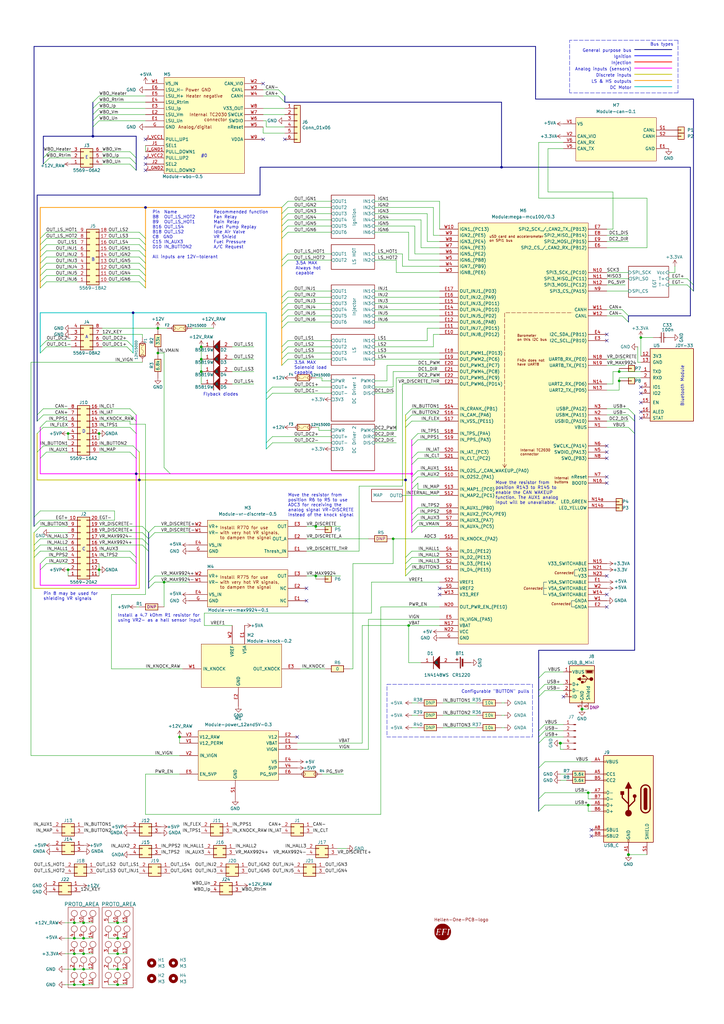
<source format=kicad_sch>
(kicad_sch (version 20231120) (generator "eeschema") (generator_version "8.0")
  (paper "A3" portrait)
  (title_block (title "UAEFI") (date "2025-04-30") (rev "E") (company "rusEFI.com") (comment 1 "https://rusefi.com/s/uaefi"))
  (junction (at 54.61 128.27))
  (junction (at 57.15 196.85))
  (junction (at 34.29 397.51))
  (junction (at 167.64 256.54))
  (junction (at 48.26 403.86))
  (junction (at 82.55 152.4))
  (junction (at 34.29 384.81))
  (junction (at 241.3 325.12))
  (junction (at 64.77 144.78))
  (junction (at 34.29 378.46))
  (junction (at 73.66 302.26))
  (junction (at 238.76 290.83) (diameter 1.016))
  (junction (at 38.1 55.88))
  (junction (at 27.94 177.8))
  (junction (at 257.81 350.52) (diameter 1.016))
  (junction (at 48.26 384.81))
  (junction (at 48.26 391.16))
  (junction (at 40.64 177.8))
  (junction (at 34.29 403.86))
  (junction (at 129.54 236.22))
  (junction (at 82.55 142.24))
  (junction (at 30.48 403.86))
  (junction (at 229.87 304.8) (diameter 1.016))
  (junction (at 262.89 138.43))
  (junction (at 67.31 238.76))
  (junction (at 168.91 194.31) (color 255 0 255 1))
  (junction (at 30.48 384.81))
  (junction (at 30.48 378.46))
  (junction (at 205.74 68.58))
  (junction (at 166.37 196.85))
  (junction (at 59.69 85.09))
  (junction (at 241.3 330.2))
  (junction (at 55.88 194.31))
  (junction (at 48.26 397.51))
  (junction (at 161.29 220.98))
  (junction (at 40.64 233.68))
  (junction (at 64.77 134.62))
  (junction (at 129.54 215.9))
  (junction (at 254 152.4))
  (junction (at 48.26 378.46))
  (junction (at 27.94 233.68))
  (junction (at 30.48 391.16))
  (junction (at 254 156.21))
  (junction (at 82.55 147.32))
  (junction (at 34.29 391.16))
  (junction (at 30.48 397.51))
  (no_connect (at 125.73 241.3))
  (no_connect (at 107.95 34.29))
  (no_connect (at 262.89 171.45))
  (no_connect (at 242.57 342.9))
  (no_connect (at 125.73 246.38))
  (no_connect (at 262.89 168.91))
  (no_connect (at 242.57 340.36))
  (no_connect (at 248.92 182.88))
  (no_connect (at 248.92 187.96))
  (no_connect (at 248.92 248.92))
  (no_connect (at 59.69 64.77))
  (no_connect (at 262.89 161.29))
  (no_connect (at 59.69 69.85))
  (no_connect (at 116.84 57.15))
  (no_connect (at 59.69 57.15))
  (no_connect (at 248.92 198.12))
  (no_connect (at 248.92 185.42))
  (no_connect (at 121.92 302.26))
  (no_connect (at 248.92 236.22))
  (no_connect (at 59.69 67.31))
  (no_connect (at 262.89 158.75))
  (no_connect (at 107.95 57.15))
  (no_connect (at 231.14 285.75))
  (no_connect (at 248.92 243.84))
  (no_connect (at 248.92 137.16))
  (no_connect (at 248.92 139.7))
  (no_connect (at 180.34 241.3))
  (no_connect (at 262.89 165.1))
  (no_connect (at 180.34 243.84))
  (no_connect (at 248.92 195.58))
  (bus_entry (at 171.45 177.8) (size -2.54 2.54))
  (bus_entry (at 114.3 36.83) (size 2.54 2.54))
  (bus_entry (at 255.27 127) (size 2.54 2.54))
  (bus_entry (at 118.11 147.32) (size -2.54 2.54))
  (bus_entry (at 19.05 172.72) (size -2.54 2.54))
  (bus_entry (at 54.61 182.88) (size 2.54 2.54))
  (bus_entry (at 19.05 100.33) (size -2.54 2.54))
  (bus_entry (at 40.64 39.37) (size -2.54 2.54))
  (bus_entry (at 223.52 325.12) (size -2.54 2.54) (stroke (width 0.1524)))
  (bus_entry (at 58.42 223.52) (size 2.54 2.54))
  (bus_entry (at 57.15 95.25) (size 2.54 2.54))
  (bus_entry (at 19.05 139.7) (size -2.54 2.54))
  (bus_entry (at 19.05 110.49) (size -2.54 2.54))
  (bus_entry (at 17.78 175.26) (size -2.54 2.54))
  (bus_entry (at 257.81 167.64) (size 2.54 2.54) (stroke (width 0.1524)))
  (bus_entry (at 168.91 172.72) (size -2.54 2.54))
  (bus_entry (at 114.3 39.37) (size 2.54 2.54))
  (bus_entry (at 171.45 187.96) (size -2.54 2.54))
  (bus_entry (at 223.52 299.72) (size -2.54 2.54))
  (bus_entry (at 16.51 213.36) (size -2.54 2.54))
  (bus_entry (at 223.52 275.59) (size -2.54 2.54))
  (bus_entry (at 223.52 283.21) (size -2.54 2.54))
  (bus_entry (at 118.11 132.08) (size -2.54 2.54))
  (bus_entry (at 111.76 181.61) (size -2.54 2.54))
  (bus_entry (at 19.05 113.03) (size -2.54 2.54))
  (bus_entry (at 168.91 231.14) (size -2.54 2.54))
  (bus_entry (at 58.42 220.98) (size 2.54 2.54))
  (bus_entry (at 168.91 228.6) (size -2.54 2.54))
  (bus_entry (at 17.78 170.18) (size -2.54 2.54))
  (bus_entry (at 19.05 185.42) (size -2.54 2.54))
  (bus_entry (at 223.52 297.18) (size -2.54 2.54))
  (bus_entry (at 118.11 142.24) (size -2.54 2.54))
  (bus_entry (at 19.05 107.95) (size -2.54 2.54))
  (bus_entry (at 40.64 44.45) (size -2.54 2.54))
  (bus_entry (at 19.05 115.57) (size -2.54 2.54))
  (bus_entry (at 57.15 113.03) (size 2.54 2.54))
  (bus_entry (at 171.45 195.58) (size -2.54 2.54))
  (bus_entry (at 118.11 127) (size -2.54 2.54))
  (bus_entry (at 57.15 110.49) (size 2.54 2.54))
  (bus_entry (at 111.76 179.07) (size -2.54 2.54))
  (bus_entry (at 16.51 226.06) (size -2.54 2.54))
  (bus_entry (at 171.45 198.12) (size -2.54 2.54))
  (bus_entry (at 171.45 210.82) (size -2.54 2.54))
  (bus_entry (at 281.94 116.84) (size 2.54 2.54))
  (bus_entry (at 118.11 92.71) (size -2.54 2.54))
  (bus_entry (at 19.05 228.6) (size -2.54 2.54))
  (bus_entry (at 171.45 185.42) (size -2.54 2.54))
  (bus_entry (at 168.91 233.68) (size -2.54 2.54))
  (bus_entry (at 53.34 185.42) (size 2.54 2.54))
  (bus_entry (at 118.11 87.63) (size -2.54 2.54))
  (bus_entry (at 17.78 167.64) (size -2.54 2.54))
  (bus_entry (at 118.11 85.09) (size -2.54 2.54))
  (bus_entry (at 40.64 41.91) (size -2.54 2.54))
  (bus_entry (at 19.05 231.14) (size -2.54 2.54))
  (bus_entry (at 19.05 95.25) (size -2.54 2.54))
  (bus_entry (at 118.11 129.54) (size -2.54 2.54))
  (bus_entry (at 118.11 104.14) (size -2.54 2.54))
  (bus_entry (at 63.5 238.76) (size -2.54 2.54))
  (bus_entry (at 63.5 218.44) (size -2.54 2.54))
  (bus_entry (at 53.34 175.26) (size 2.54 2.54))
  (bus_entry (at 57.15 100.33) (size 2.54 2.54))
  (bus_entry (at 257.81 175.26) (size 2.54 2.54) (stroke (width 0.1524)))
  (bus_entry (at 57.15 97.79) (size 2.54 2.54))
  (bus_entry (at 223.52 280.67) (size -2.54 2.54))
  (bus_entry (at 53.34 167.64) (size 2.54 2.54))
  (bus_entry (at 53.34 67.31) (size 2.54 2.54))
  (bus_entry (at 53.34 228.6) (size 2.54 2.54))
  (bus_entry (at 52.07 142.24) (size 2.54 2.54))
  (bus_entry (at 57.15 102.87) (size 2.54 2.54))
  (bus_entry (at 67.31 191.77) (size 2.54 2.54))
  (bus_entry (at 223.52 302.26) (size -2.54 2.54))
  (bus_entry (at 16.51 220.98) (size -2.54 2.54))
  (bus_entry (at 16.51 215.9) (size -2.54 2.54))
  (bus_entry (at 281.94 114.3) (size 2.54 2.54))
  (bus_entry (at 168.91 226.06) (size -2.54 2.54))
  (bus_entry (at 57.15 115.57) (size 2.54 2.54))
  (bus_entry (at 111.76 158.75) (size -2.54 2.54))
  (bus_entry (at 257.81 170.18) (size 2.54 2.54) (stroke (width 0.1524)))
  (bus_entry (at 118.11 119.38) (size -2.54 2.54))
  (bus_entry (at 168.91 170.18) (size -2.54 2.54))
  (bus_entry (at 118.11 144.78) (size -2.54 2.54))
  (bus_entry (at 53.34 170.18) (size 2.54 2.54))
  (bus_entry (at 58.42 218.44) (size 2.54 2.54))
  (bus_entry (at 118.11 106.68) (size -2.54 2.54))
  (bus_entry (at 57.15 105.41) (size 2.54 2.54))
  (bus_entry (at 118.11 139.7) (size -2.54 2.54))
  (bus_entry (at 19.05 97.79) (size -2.54 2.54))
  (bus_entry (at 118.11 95.25) (size -2.54 2.54))
  (bus_entry (at 52.07 139.7) (size 2.54 2.54))
  (bus_entry (at 171.45 208.28) (size -2.54 2.54))
  (bus_entry (at 16.51 209.55) (size -2.54 2.54))
  (bus_entry (at 118.11 82.55) (size -2.54 2.54))
  (bus_entry (at 171.45 215.9) (size -2.54 2.54))
  (bus_entry (at 17.78 182.88) (size -2.54 2.54))
  (bus_entry (at 53.34 62.23) (size 2.54 2.54))
  (bus_entry (at 223.52 330.2) (size -2.54 2.54) (stroke (width 0.1524)))
  (bus_entry (at 58.42 215.9) (size 2.54 2.54))
  (bus_entry (at 118.11 121.92) (size -2.54 2.54))
  (bus_entry (at 20.32 64.77) (size -2.54 2.54))
  (bus_entry (at 171.45 193.04) (size -2.54 2.54))
  (bus_entry (at 40.64 46.99) (size -2.54 2.54))
  (bus_entry (at 223.52 312.42) (size -2.54 2.54) (stroke (width 0.1524)))
  (bus_entry (at 171.45 213.36) (size -2.54 2.54))
  (bus_entry (at 168.91 167.64) (size -2.54 2.54))
  (bus_entry (at 63.5 215.9) (size -2.54 2.54))
  (bus_entry (at 171.45 180.34) (size -2.54 2.54))
  (bus_entry (at 40.64 49.53) (size -2.54 2.54))
  (bus_entry (at 19.05 105.41) (size -2.54 2.54))
  (bus_entry (at 53.34 226.06) (size 2.54 2.54))
  (bus_entry (at 118.11 90.17) (size -2.54 2.54))
  (bus_entry (at 255.27 129.54) (size 2.54 2.54))
  (bus_entry (at 63.5 236.22) (size -2.54 2.54))
  (bus_entry (at 118.11 124.46) (size -2.54 2.54))
  (bus_entry (at 53.34 64.77) (size 2.54 2.54))
  (bus_entry (at 57.15 107.95) (size 2.54 2.54))
  (bus_entry (at 16.51 223.52) (size -2.54 2.54))
  (bus_entry (at 19.05 142.24) (size -2.54 2.54))
  (bus_entry (at 20.32 62.23) (size -2.54 2.54))
  (bus_entry (at 111.76 161.29) (size -2.54 2.54))
  (bus_entry (at 19.05 102.87) (size -2.54 2.54))
  (wire (pts (xy 30.48 384.81) (xy 34.29 384.81)))
  (wire (pts (xy 242.57 332.74) (xy 241.3 332.74)))
  (wire (pts (xy 40.64 213.36) (xy 46.99 213.36)))
  (bus (pts (xy 55.88 177.8) (xy 55.88 187.96)) (stroke (width 0) (color 255 0 255 1)))
  (wire (pts (xy 205.74 288.29) (xy 207.01 288.29)))
  (bus (pts (xy 220.98 304.8) (xy 220.98 314.96)))
  (wire (pts (xy 44.45 97.79) (xy 57.15 97.79)))
  (wire (pts (xy 229.87 304.8) (xy 231.14 304.8)))
  (bus (pts (xy 15.24 80.01) (xy 15.24 170.18)))
  (bus (pts (xy 55.88 170.18) (xy 55.88 172.72)) (stroke (width 0) (color 255 0 255 1)))
  (wire (pts (xy 205.74 293.37) (xy 207.01 293.37)))
  (bus (pts (xy 109.22 161.29) (xy 109.22 163.83)) (stroke (width 0) (color 0 194 194 1)))
  (wire (pts (xy 29.21 64.77) (xy 20.32 64.77)))
  (wire (pts (xy 153.67 139.7) (xy 175.26 139.7)))
  (wire (pts (xy 153.67 147.32) (xy 180.34 147.32)))
  (wire (pts (xy 40.64 41.91) (xy 59.69 41.91)))
  (wire (pts (xy 111.76 158.75) (xy 135.89 158.75)))
  (wire (pts (xy 231.14 280.67) (xy 223.52 280.67)))
  (bus (pts (xy 15.24 185.42) (xy 15.24 196.85)) (stroke (width 0) (color 194 194 0 1)))
  (wire (pts (xy 41.91 67.31) (xy 53.34 67.31)))
  (wire (pts (xy 83.82 256.54) (xy 95.25 256.54)))
  (bus (pts (xy 38.1 55.88) (xy 17.78 55.88)))
  (wire (pts (xy 31.75 107.95) (xy 19.05 107.95)))
  (wire (pts (xy 153.67 119.38) (xy 180.34 119.38)))
  (wire (pts (xy 153.67 176.53) (xy 162.56 176.53)))
  (wire (pts (xy 48.26 378.46) (xy 52.07 378.46)))
  (wire (pts (xy 153.67 129.54) (xy 180.34 129.54)))
  (wire (pts (xy 41.91 62.23) (xy 53.34 62.23)))
  (wire (pts (xy 261.62 148.59) (xy 262.89 148.59)))
  (bus (pts (xy 275.59 25.4) (xy 260.35 25.4)) (stroke (width 0.3048) (color 255 0 0 1)))
  (bus (pts (xy 219.71 19.05) (xy 219.71 40.64)))
  (wire (pts (xy 132.08 154.94) (xy 132.08 156.21)))
  (wire (pts (xy 153.67 87.63) (xy 175.26 87.63)))
  (wire (pts (xy 276.86 111.76) (xy 276.86 109.22)))
  (wire (pts (xy 30.48 403.86) (xy 34.29 403.86)))
  (bus (pts (xy 16.51 85.09) (xy 16.51 97.79)) (stroke (width 0) (color 255 153 0 1)))
  (wire (pts (xy 107.95 44.45) (xy 116.84 44.45)))
  (wire (pts (xy 40.64 220.98) (xy 58.42 220.98)))
  (bus (pts (xy 109.22 181.61) (xy 109.22 184.15)) (stroke (width 0) (color 0 194 194 1)))
  (wire (pts (xy 26.67 384.81) (xy 30.48 384.81)))
  (bus (pts (xy 16.51 233.68) (xy 16.51 240.03)) (stroke (width 0) (color 255 0 255 1)))
  (wire (pts (xy 133.35 274.32) (xy 123.19 274.32)))
  (bus (pts (xy 60.96 241.3) (xy 60.96 238.76)))
  (wire (pts (xy 12.7 309.88) (xy 12.7 148.59)))
  (bus (pts (xy 275.59 33.02) (xy 260.35 33.02)) (stroke (width 0.3048) (color 255 153 0 1)))
  (wire (pts (xy 153.67 127) (xy 180.34 127)))
  (wire (pts (xy 40.64 185.42) (xy 53.34 185.42)))
  (wire (pts (xy 26.67 391.16) (xy 30.48 391.16)))
  (wire (pts (xy 242.57 325.12) (xy 241.3 325.12)))
  (wire (pts (xy 29.21 142.24) (xy 19.05 142.24)))
  (wire (pts (xy 165.1 109.22) (xy 180.34 109.22)))
  (bus (pts (xy 220.98 302.26) (xy 220.98 304.8)))
  (wire (pts (xy 180.34 82.55) (xy 180.34 93.98)))
  (bus (pts (xy 166.37 170.18) (xy 166.37 172.72)) (stroke (width 0) (color 194 194 0 1)))
  (wire (pts (xy 162.56 106.68) (xy 153.67 106.68)))
  (wire (pts (xy 142.24 347.98) (xy 138.43 347.98)))
  (bus (pts (xy 220.98 327.66) (xy 220.98 332.74)))
  (wire (pts (xy 153.67 95.25) (xy 167.64 95.25)))
  (bus (pts (xy 109.22 163.83) (xy 109.22 181.61)) (stroke (width 0) (color 0 194 194 1)))
  (wire (pts (xy 40.64 223.52) (xy 58.42 223.52)))
  (wire (pts (xy 118.11 82.55) (xy 135.89 82.55)))
  (wire (pts (xy 156.21 334.01) (xy 156.21 248.92)))
  (wire (pts (xy 181.61 293.37) (xy 195.58 293.37)))
  (bus (pts (xy 15.24 170.18) (xy 15.24 172.72)))
  (bus (pts (xy 115.57 144.78) (xy 115.57 147.32)) (stroke (width 0) (color 255 153 0 1)))
  (bus (pts (xy 168.91 210.82) (xy 168.91 213.36)) (stroke (width 0) (color 255 0 255 1)))
  (wire (pts (xy 46.99 213.36) (xy 46.99 209.55)))
  (wire (pts (xy 153.67 144.78) (xy 180.34 144.78)))
  (wire (pts (xy 83.82 251.46) (xy 83.82 256.54)))
  (wire (pts (xy 40.64 49.53) (xy 59.69 49.53)))
  (wire (pts (xy 114.3 39.37) (xy 107.95 39.37)))
  (bus (pts (xy 17.78 55.88) (xy 17.78 64.77)))
  (wire (pts (xy 255.27 127) (xy 248.92 127)))
  (wire (pts (xy 167.64 106.68) (xy 180.34 106.68)))
  (bus (pts (xy 16.51 115.57) (xy 16.51 118.11)) (stroke (width 0) (color 255 153 0 1)))
  (wire (pts (xy 45.72 274.32) (xy 45.72 243.84)))
  (bus (pts (xy 55.88 55.88) (xy 38.1 55.88)))
  (wire (pts (xy 58.42 137.16) (xy 58.42 138.43)))
  (wire (pts (xy 148.59 256.54) (xy 167.64 256.54)))
  (wire (pts (xy 31.75 97.79) (xy 19.05 97.79)))
  (wire (pts (xy 274.32 116.84) (xy 281.94 116.84)))
  (wire (pts (xy 248.92 99.06) (xy 257.81 99.06)))
  (wire (pts (xy 63.5 215.9) (xy 77.47 215.9)))
  (wire (pts (xy 129.54 215.9) (xy 139.7 215.9)))
  (polyline (pts (xy 278.13 16.51) (xy 233.68 16.51)) (stroke (width 0) (type dash)))
  (wire (pts (xy 132.08 156.21) (xy 135.89 156.21)))
  (bus (pts (xy 15.24 177.8) (xy 15.24 185.42)) (stroke (width 0) (color 194 194 0 1)))
  (bus (pts (xy 13.97 212.09) (xy 13.97 19.05)))
  (wire (pts (xy 44.45 384.81) (xy 48.26 384.81)))
  (wire (pts (xy 44.45 110.49) (xy 57.15 110.49)))
  (bus (pts (xy 220.98 278.13) (xy 220.98 283.21)))
  (wire (pts (xy 171.45 177.8) (xy 180.34 177.8)))
  (wire (pts (xy 118.11 144.78) (xy 135.89 144.78)))
  (wire (pts (xy 27.94 228.6) (xy 19.05 228.6)))
  (wire (pts (xy 111.76 179.07) (xy 135.89 179.07)))
  (wire (pts (xy 31.75 105.41) (xy 19.05 105.41)))
  (wire (pts (xy 231.14 297.18) (xy 223.52 297.18)))
  (wire (pts (xy 147.32 199.39) (xy 165.1 199.39)))
  (bus (pts (xy 106.68 80.01) (xy 15.24 80.01)))
  (wire (pts (xy 31.75 115.57) (xy 19.05 115.57)))
  (wire (pts (xy 48.26 397.51) (xy 52.07 397.51)))
  (wire (pts (xy 251.46 152.4) (xy 251.46 157.48)))
  (wire (pts (xy 223.52 275.59) (xy 231.14 275.59)))
  (wire (pts (xy 254 151.13) (xy 254 152.4)))
  (wire (pts (xy 242.57 327.66) (xy 241.3 327.66)))
  (wire (pts (xy 118.11 92.71) (xy 135.89 92.71)))
  (wire (pts (xy 41.91 139.7) (xy 52.07 139.7)))
  (wire (pts (xy 59.69 173.99) (xy 59.69 243.84)))
  (wire (pts (xy 168.91 167.64) (xy 180.34 167.64)))
  (bus (pts (xy 115.57 142.24) (xy 115.57 144.78)) (stroke (width 0) (color 255 153 0 1)))
  (wire (pts (xy 254 154.94) (xy 254 156.21)))
  (wire (pts (xy 129.54 236.22) (xy 139.7 236.22)))
  (wire (pts (xy 118.11 90.17) (xy 135.89 90.17)))
  (bus (pts (xy 205.74 68.58) (xy 106.68 68.58)))
  (wire (pts (xy 220.98 81.28) (xy 220.98 58.42)))
  (bus (pts (xy 115.57 85.09) (xy 115.57 87.63)) (stroke (width 0) (color 255 153 0 1)))
  (wire (pts (xy 251.46 93.98) (xy 251.46 78.74)))
  (wire (pts (xy 40.64 170.18) (xy 53.34 170.18)))
  (wire (pts (xy 64.77 134.62) (xy 68.58 134.62)))
  (wire (pts (xy 44.45 113.03) (xy 57.15 113.03)))
  (bus (pts (xy 59.69 97.79) (xy 59.69 100.33)) (stroke (width 0) (color 255 153 0 1)))
  (bus (pts (xy 166.37 233.68) (xy 166.37 236.22)) (stroke (width 0) (color 194 194 0 1)))
  (wire (pts (xy 171.45 210.82) (xy 180.34 210.82)))
  (wire (pts (xy 241.3 290.83) (xy 238.76 290.83)))
  (wire (pts (xy 27.94 233.68) (xy 27.94 236.22)))
  (wire (pts (xy 129.54 175.26) (xy 130.81 175.26)))
  (bus (pts (xy 220.98 283.21) (xy 220.98 285.75)))
  (bus (pts (xy 59.69 85.09) (xy 59.69 97.79)) (stroke (width 0) (color 255 153 0 1)))
  (wire (pts (xy 251.46 152.4) (xy 254 152.4)))
  (bus (pts (xy 59.69 110.49) (xy 59.69 113.03)) (stroke (width 0) (color 255 153 0 1)))
  (wire (pts (xy 172.72 101.6) (xy 180.34 101.6)))
  (bus (pts (xy 115.57 90.17) (xy 115.57 92.71)) (stroke (width 0) (color 255 153 0 1)))
  (bus (pts (xy 60.96 238.76) (xy 60.96 226.06)))
  (wire (pts (xy 248.92 111.76) (xy 257.81 111.76)))
  (wire (pts (xy 44.45 105.41) (xy 57.15 105.41)))
  (bus (pts (xy 115.57 92.71) (xy 115.57 95.25)) (stroke (width 0) (color 255 153 0 1)))
  (bus (pts (xy 260.35 266.7) (xy 260.35 177.8)))
  (wire (pts (xy 34.29 397.51) (xy 38.1 397.51)))
  (bus (pts (xy 38.1 49.53) (xy 38.1 52.07)))
  (polyline (pts (xy 278.13 38.1) (xy 233.68 38.1)) (stroke (width 0) (type dash)))
  (wire (pts (xy 248.92 170.18) (xy 257.81 170.18)))
  (wire (pts (xy 153.67 124.46) (xy 180.34 124.46)))
  (bus (pts (xy 220.98 266.7) (xy 260.35 266.7)))
  (wire (pts (xy 254 156.21) (xy 254 160.02)))
  (wire (pts (xy 231.14 307.34) (xy 229.87 307.34)))
  (wire (pts (xy 248.92 96.52) (xy 257.81 96.52)))
  (bus (pts (xy 59.69 107.95) (xy 59.69 110.49)) (stroke (width 0) (color 255 153 0 1)))
  (bus (pts (xy 115.57 106.68) (xy 115.57 109.22)) (stroke (width 0) (color 255 153 0 1)))
  (bus (pts (xy 16.51 231.14) (xy 16.51 233.68)) (stroke (width 0) (color 255 0 255 1)))
  (wire (pts (xy 248.92 160.02) (xy 254 160.02)))
  (wire (pts (xy 40.64 177.8) (xy 40.64 180.34)))
  (bus (pts (xy 168.91 198.12) (xy 168.91 200.66)) (stroke (width 0) (color 255 0 255 1)))
  (bus (pts (xy 13.97 223.52) (xy 13.97 226.06)) (stroke (width 0) (color 194 194 0 1)))
  (bus (pts (xy 115.57 127) (xy 115.57 129.54)) (stroke (width 0) (color 255 153 0 1)))
  (wire (pts (xy 177.8 137.16) (xy 180.34 137.16)))
  (bus (pts (xy 16.51 100.33) (xy 16.51 102.87)) (stroke (width 0) (color 255 153 0 1)))
  (wire (pts (xy 40.64 218.44) (xy 58.42 218.44)))
  (wire (pts (xy 64.77 144.78) (xy 67.31 144.78)))
  (wire (pts (xy 44.45 403.86) (xy 48.26 403.86)))
  (wire (pts (xy 255.27 129.54) (xy 248.92 129.54)))
  (wire (pts (xy 63.5 236.22) (xy 77.47 236.22)))
  (bus (pts (xy 275.59 35.56) (xy 260.35 35.56)) (stroke (width 0.3048) (color 0 194 194 1)))
  (wire (pts (xy 256.54 116.84) (xy 248.92 116.84)))
  (wire (pts (xy 63.5 218.44) (xy 77.47 218.44)))
  (bus (pts (xy 283.21 68.58) (xy 205.74 68.58)))
  (bus (pts (xy 13.97 19.05) (xy 219.71 19.05)))
  (wire (pts (xy 82.55 142.24) (xy 82.55 147.32)))
  (wire (pts (xy 168.91 228.6) (xy 180.34 228.6)))
  (bus (pts (xy 168.91 182.88) (xy 168.91 187.96)) (stroke (width 0) (color 255 0 255 1)))
  (bus (pts (xy 275.59 20.32) (xy 260.35 20.32)))
  (bus (pts (xy 69.85 194.31) (xy 168.91 194.31)) (stroke (width 0) (color 255 0 255 1)))
  (wire (pts (xy 107.95 49.53) (xy 109.22 49.53)))
  (wire (pts (xy 27.94 170.18) (xy 17.78 170.18)))
  (wire (pts (xy 171.45 200.66) (xy 171.45 198.12)))
  (wire (pts (xy 118.11 106.68) (xy 135.89 106.68)))
  (wire (pts (xy 129.54 236.22) (xy 129.54 237.49)))
  (polyline (pts (xy 233.68 38.1) (xy 233.68 16.51)) (stroke (width 0) (type dash)))
  (wire (pts (xy 170.18 92.71) (xy 170.18 104.14)))
  (bus (pts (xy 55.88 55.88) (xy 55.88 64.77)))
  (wire (pts (xy 31.75 95.25) (xy 19.05 95.25)))
  (wire (pts (xy 95.25 147.32) (xy 104.14 147.32)))
  (wire (pts (xy 82.55 147.32) (xy 82.55 152.4)))
  (wire (pts (xy 48.26 391.16) (xy 52.07 391.16)))
  (bus (pts (xy 16.51 107.95) (xy 16.51 110.49)) (stroke (width 0) (color 255 153 0 1)))
  (wire (pts (xy 95.25 157.48) (xy 104.14 157.48)))
  (bus (pts (xy 168.91 195.58) (xy 168.91 198.12)) (stroke (width 0) (color 255 0 255 1)))
  (bus (pts (xy 16.51 113.03) (xy 16.51 115.57)) (stroke (width 0) (color 255 153 0 1)))
  (wire (pts (xy 161.29 152.4) (xy 180.34 152.4)))
  (bus (pts (xy 13.97 226.06) (xy 13.97 228.6)) (stroke (width 0) (color 194 194 0 1)))
  (wire (pts (xy 41.91 137.16) (xy 58.42 137.16)))
  (wire (pts (xy 153.67 121.92) (xy 180.34 121.92)))
  (bus (pts (xy 168.91 194.31) (xy 168.91 195.58)) (stroke (width 0) (color 255 0 255 1)))
  (wire (pts (xy 111.76 181.61) (xy 135.89 181.61)))
  (bus (pts (xy 59.69 113.03) (xy 59.69 115.57)) (stroke (width 0) (color 255 153 0 1)))
  (wire (pts (xy 118.11 127) (xy 135.89 127)))
  (wire (pts (xy 82.55 152.4) (xy 82.55 157.48)))
  (wire (pts (xy 31.75 113.03) (xy 19.05 113.03)))
  (wire (pts (xy 44.45 102.87) (xy 57.15 102.87)))
  (bus (pts (xy 260.35 170.18) (xy 260.35 172.72)))
  (wire (pts (xy 129.54 154.94) (xy 132.08 154.94)))
  (wire (pts (xy 175.26 134.62) (xy 180.34 134.62)))
  (bus (pts (xy 55.88 240.03) (xy 16.51 240.03)) (stroke (width 0) (color 255 0 255 1)))
  (bus (pts (xy 166.37 196.85) (xy 166.37 228.6)) (stroke (width 0) (color 194 194 0 1)))
  (wire (pts (xy 274.32 114.3) (xy 281.94 114.3)))
  (wire (pts (xy 161.29 220.98) (xy 180.34 220.98)))
  (wire (pts (xy 229.87 317.5) (xy 232.41 317.5)))
  (wire (pts (xy 223.52 312.42) (xy 242.57 312.42)))
  (wire (pts (xy 265.43 101.6) (xy 265.43 81.28)))
  (wire (pts (xy 248.92 101.6) (xy 265.43 101.6)))
  (wire (pts (xy 265.43 350.52) (xy 257.81 350.52)))
  (wire (pts (xy 30.48 378.46) (xy 34.29 378.46)))
  (wire (pts (xy 29.21 62.23) (xy 20.32 62.23)))
  (wire (pts (xy 118.11 85.09) (xy 135.89 85.09)))
  (bus (pts (xy 106.68 68.58) (xy 106.68 80.01)))
  (bus (pts (xy 16.51 187.96) (xy 16.51 194.31)) (stroke (width 0) (color 255 0 255 1)))
  (bus (pts (xy 59.69 102.87) (xy 59.69 105.41)) (stroke (width 0) (color 255 153 0 1)))
  (wire (pts (xy 27.94 215.9) (xy 16.51 215.9)))
  (wire (pts (xy 162.56 111.76) (xy 162.56 106.68)))
  (wire (pts (xy 125.73 226.06) (xy 147.32 226.06)))
  (wire (pts (xy 12.7 148.59) (xy 58.42 148.59)))
  (bus (pts (xy 55.88 231.14) (xy 55.88 240.03)) (stroke (width 0) (color 255 0 255 1)))
  (wire (pts (xy 67.31 144.78) (xy 67.31 191.77)))
  (wire (pts (xy 59.69 317.5) (xy 73.66 317.5)))
  (wire (pts (xy 248.92 172.72) (xy 257.81 172.72)))
  (wire (pts (xy 48.26 384.81) (xy 52.07 384.81)))
  (wire (pts (xy 172.72 90.17) (xy 172.72 101.6)))
  (wire (pts (xy 158.75 149.86) (xy 180.34 149.86)))
  (bus (pts (xy 168.91 200.66) (xy 168.91 210.82)) (stroke (width 0) (color 255 0 255 1)))
  (wire (pts (xy 267.97 138.43) (xy 262.89 138.43)))
  (wire (pts (xy 153.67 85.09) (xy 177.8 85.09)))
  (wire (pts (xy 118.11 142.24) (xy 135.89 142.24)))
  (bus (pts (xy 168.91 180.34) (xy 168.91 182.88)) (stroke (width 0) (color 255 0 255 1)))
  (wire (pts (xy 44.45 115.57) (xy 57.15 115.57)))
  (bus (pts (xy 13.97 215.9) (xy 13.97 212.09)))
  (wire (pts (xy 144.78 231.14) (xy 161.29 231.14)))
  (wire (pts (xy 45.72 274.32) (xy 74.93 274.32)))
  (wire (pts (xy 53.34 173.99) (xy 59.69 173.99)))
  (wire (pts (xy 44.45 95.25) (xy 57.15 95.25)))
  (wire (pts (xy 118.11 124.46) (xy 135.89 124.46)))
  (wire (pts (xy 156.21 248.92) (xy 180.34 248.92)))
  (wire (pts (xy 165.1 157.48) (xy 180.34 157.48)))
  (wire (pts (xy 143.51 274.32) (xy 144.78 274.32)))
  (wire (pts (xy 162.56 176.53) (xy 162.56 154.94)))
  (wire (pts (xy 147.32 226.06) (xy 147.32 199.39)))
  (wire (pts (xy 165.1 203.2) (xy 180.34 203.2)))
  (bus (pts (xy 260.35 172.72) (xy 260.35 177.8)))
  (wire (pts (xy 171.45 193.04) (xy 180.34 193.04)))
  (wire (pts (xy 161.29 231.14) (xy 161.29 220.98)))
  (wire (pts (xy 229.87 320.04) (xy 232.41 320.04)))
  (bus (pts (xy 60.96 223.52) (xy 60.96 226.06)))
  (wire (pts (xy 53.34 172.72) (xy 53.34 173.99)))
  (bus (pts (xy 59.69 115.57) (xy 59.69 118.11)) (stroke (width 0) (color 255 153 0 1)))
  (wire (pts (xy 168.91 293.37) (xy 171.45 293.37)))
  (wire (pts (xy 17.78 182.88) (xy 27.94 182.88)))
  (bus (pts (xy 220.98 285.75) (xy 220.98 299.72)))
  (wire (pts (xy 153.67 179.07) (xy 162.56 179.07)))
  (bus (pts (xy 54.61 142.24) (xy 54.61 144.78)) (stroke (width 0) (color 0 194 194 1)))
  (wire (pts (xy 40.64 46.99) (xy 59.69 46.99)))
  (wire (pts (xy 40.64 182.88) (xy 54.61 182.88)))
  (wire (pts (xy 59.69 334.01) (xy 156.21 334.01)))
  (bus (pts (xy 60.96 220.98) (xy 60.96 223.52)))
  (wire (pts (xy 132.08 317.5) (xy 140.97 317.5)))
  (bus (pts (xy 13.97 218.44) (xy 13.97 223.52)) (stroke (width 0) (color 194 194 0 1)))
  (wire (pts (xy 34.29 391.16) (xy 38.1 391.16)))
  (bus (pts (xy 55.88 194.31) (xy 69.85 194.31)) (stroke (width 0) (color 255 0 255 1)))
  (wire (pts (xy 129.54 215.9) (xy 129.54 217.17)))
  (bus (pts (xy 284.48 40.64) (xy 284.48 116.84)))
  (wire (pts (xy 40.64 167.64) (xy 53.34 167.64)))
  (bus (pts (xy 55.88 194.31) (xy 55.88 228.6)) (stroke (width 0) (color 255 0 255 1)))
  (bus (pts (xy 115.57 124.46) (xy 115.57 127)) (stroke (width 0) (color 255 153 0 1)))
  (wire (pts (xy 114.3 36.83) (xy 107.95 36.83)))
  (wire (pts (xy 153.67 104.14) (xy 165.1 104.14)))
  (wire (pts (xy 27.94 226.06) (xy 16.51 226.06)))
  (bus (pts (xy 115.57 85.09) (xy 59.69 85.09)) (stroke (width 0) (color 255 153 0 1)))
  (wire (pts (xy 130.81 176.53) (xy 135.89 176.53)))
  (wire (pts (xy 153.67 142.24) (xy 177.8 142.24)))
  (wire (pts (xy 175.26 99.06) (xy 180.34 99.06)))
  (wire (pts (xy 118.11 95.25) (xy 135.89 95.25)))
  (bus (pts (xy 115.57 87.63) (xy 115.57 90.17)) (stroke (width 0) (color 255 153 0 1)))
  (wire (pts (xy 118.11 139.7) (xy 135.89 139.7)))
  (bus (pts (xy 16.51 105.41) (xy 16.51 107.95)) (stroke (width 0) (color 255 153 0 1)))
  (wire (pts (xy 40.64 39.37) (xy 59.69 39.37)))
  (wire (pts (xy 231.14 302.26) (xy 223.52 302.26)))
  (wire (pts (xy 34.29 403.86) (xy 38.1 403.86)))
  (bus (pts (xy 168.91 187.96) (xy 168.91 190.5)) (stroke (width 0) (color 255 0 255 1)))
  (wire (pts (xy 152.4 238.76) (xy 180.34 238.76)))
  (bus (pts (xy 16.51 110.49) (xy 16.51 113.03)) (stroke (width 0) (color 255 153 0 1)))
  (wire (pts (xy 95.25 152.4) (xy 104.14 152.4)))
  (wire (pts (xy 220.98 58.42) (xy 231.14 58.42)))
  (bus (pts (xy 284.48 116.84) (xy 284.48 119.38)))
  (wire (pts (xy 262.89 138.43) (xy 262.89 146.05)))
  (wire (pts (xy 151.13 254) (xy 180.34 254)))
  (wire (pts (xy 31.75 110.49) (xy 19.05 110.49)))
  (polyline (pts (xy 278.13 16.51) (xy 278.13 38.1)) (stroke (width 0) (type dash)))
  (wire (pts (xy 44.45 378.46) (xy 48.26 378.46)))
  (bus (pts (xy 38.1 46.99) (xy 38.1 49.53)))
  (wire (pts (xy 121.92 304.8) (xy 148.59 304.8)))
  (bus (pts (xy 55.88 64.77) (xy 55.88 67.31)))
  (bus (pts (xy 16.51 194.31) (xy 55.88 194.31)) (stroke (width 0) (color 255 0 255 1)))
  (wire (pts (xy 26.67 378.46) (xy 30.48 378.46)))
  (wire (pts (xy 248.92 119.38) (xy 257.81 119.38)))
  (wire (pts (xy 40.64 172.72) (xy 53.34 172.72)))
  (wire (pts (xy 175.26 139.7) (xy 175.26 134.62)))
  (wire (pts (xy 224.79 78.74) (xy 224.79 60.96)))
  (bus (pts (xy 38.1 52.07) (xy 38.1 55.88)))
  (wire (pts (xy 48.26 403.86) (xy 52.07 403.86)))
  (wire (pts (xy 167.64 256.54) (xy 167.64 271.78)))
  (wire (pts (xy 251.46 78.74) (xy 224.79 78.74)))
  (wire (pts (xy 118.11 87.63) (xy 135.89 87.63)))
  (bus (pts (xy 219.71 40.64) (xy 284.48 40.64)))
  (wire (pts (xy 41.91 64.77) (xy 53.34 64.77)))
  (wire (pts (xy 153.67 90.17) (xy 172.72 90.17)))
  (wire (pts (xy 171.45 185.42) (xy 180.34 185.42)))
  (wire (pts (xy 161.29 158.75) (xy 161.29 152.4)))
  (wire (pts (xy 151.13 307.34) (xy 151.13 254)))
  (wire (pts (xy 153.67 92.71) (xy 170.18 92.71)))
  (wire (pts (xy 241.3 327.66) (xy 241.3 325.12)))
  (wire (pts (xy 168.91 226.06) (xy 180.34 226.06)))
  (wire (pts (xy 153.67 156.21) (xy 158.75 156.21)))
  (wire (pts (xy 165.1 199.39) (xy 165.1 157.48)))
  (bus (pts (xy 115.57 121.92) (xy 115.57 124.46)) (stroke (width 0) (color 255 153 0 1)))
  (wire (pts (xy 265.43 81.28) (xy 220.98 81.28)))
  (bus (pts (xy 115.57 134.62) (xy 115.57 142.24)) (stroke (width 0) (color 255 153 0 1)))
  (wire (pts (xy 27.94 185.42) (xy 19.05 185.42)))
  (bus (pts (xy 166.37 172.72) (xy 166.37 175.26)) (stroke (width 0) (color 194 194 0 1)))
  (wire (pts (xy 59.69 59.69) (xy 59.69 62.23)))
  (wire (pts (xy 251.46 157.48) (xy 248.92 157.48)))
  (wire (pts (xy 67.31 238.76) (xy 77.47 238.76)))
  (bus (pts (xy 275.59 22.86) (xy 260.35 22.86)) (stroke (width 0.3048) (color 0 0 255 1)))
  (bus (pts (xy 16.51 142.24) (xy 16.51 128.27)) (stroke (width 0) (color 0 194 194 1)))
  (wire (pts (xy 26.67 403.86) (xy 30.48 403.86)))
  (wire (pts (xy 107.95 46.99) (xy 116.84 46.99)))
  (wire (pts (xy 248.92 149.86) (xy 256.54 149.86)))
  (bus (pts (xy 257.81 132.08) (xy 257.81 129.54)))
  (wire (pts (xy 16.51 209.55) (xy 46.99 209.55)))
  (bus (pts (xy 59.69 105.41) (xy 59.69 107.95)) (stroke (width 0) (color 255 153 0 1)))
  (wire (pts (xy 171.45 208.28) (xy 180.34 208.28)))
  (bus (pts (xy 168.91 213.36) (xy 168.91 215.9)) (stroke (width 0) (color 255 0 255 1)))
  (wire (pts (xy 59.69 334.01) (xy 59.69 317.5)))
  (wire (pts (xy 248.92 175.26) (xy 257.81 175.26)))
  (wire (pts (xy 171.45 187.96) (xy 180.34 187.96)))
  (wire (pts (xy 241.3 325.12) (xy 223.52 325.12)))
  (bus (pts (xy 116.84 41.91) (xy 205.74 41.91)))
  (bus (pts (xy 16.51 97.79) (xy 16.51 100.33)) (stroke (width 0) (color 255 153 0 1)))
  (bus (pts (xy 54.61 128.27) (xy 109.22 128.27)) (stroke (width 0) (color 0 194 194 1)))
  (wire (pts (xy 44.45 397.51) (xy 48.26 397.51)))
  (wire (pts (xy 231.14 299.72) (xy 223.52 299.72)))
  (wire (pts (xy 118.11 132.08) (xy 135.89 132.08)))
  (wire (pts (xy 20.32 218.44) (xy 27.94 218.44)))
  (wire (pts (xy 153.67 82.55) (xy 180.34 82.55)))
  (wire (pts (xy 170.18 104.14) (xy 180.34 104.14)))
  (bus (pts (xy 168.91 190.5) (xy 168.91 194.31)) (stroke (width 0) (color 255 0 255 1)))
  (wire (pts (xy 31.75 102.87) (xy 19.05 102.87)))
  (wire (pts (xy 40.64 228.6) (xy 53.34 228.6)))
  (wire (pts (xy 241.3 332.74) (xy 241.3 330.2)))
  (wire (pts (xy 180.34 111.76) (xy 162.56 111.76)))
  (wire (pts (xy 241.3 330.2) (xy 223.52 330.2)))
  (bus (pts (xy 59.69 100.33) (xy 59.69 102.87)) (stroke (width 0) (color 255 153 0 1)))
  (bus (pts (xy 115.57 147.32) (xy 115.57 149.86)) (stroke (width 0) (color 255 153 0 1)))
  (bus (pts (xy 16.51 102.87) (xy 16.51 105.41)) (stroke (width 0) (color 255 153 0 1)))
  (wire (pts (xy 167.64 271.78) (xy 172.72 271.78)))
  (bus (pts (xy 57.15 185.42) (xy 57.15 196.85)) (stroke (width 0) (color 194 194 0 1)))
  (wire (pts (xy 44.45 107.95) (xy 57.15 107.95)))
  (wire (pts (xy 148.59 304.8) (xy 148.59 256.54)))
  (wire (pts (xy 41.91 142.24) (xy 52.07 142.24)))
  (wire (pts (xy 27.94 213.36) (xy 16.51 213.36)))
  (bus (pts (xy 116.84 39.37) (xy 116.84 41.91)))
  (bus (pts (xy 55.88 228.6) (xy 55.88 231.14)) (stroke (width 0) (color 255 0 255 1)))
  (wire (pts (xy 29.21 139.7) (xy 19.05 139.7)))
  (bus (pts (xy 205.74 41.91) (xy 205.74 68.58)))
  (wire (pts (xy 152.4 251.46) (xy 83.82 251.46)))
  (wire (pts (xy 30.48 397.51) (xy 34.29 397.51)))
  (wire (pts (xy 95.25 142.24) (xy 104.14 142.24)))
  (wire (pts (xy 118.11 119.38) (xy 135.89 119.38)))
  (wire (pts (xy 125.73 236.22) (xy 129.54 236.22)))
  (wire (pts (xy 254 152.4) (xy 262.89 152.4)))
  (wire (pts (xy 41.91 134.62) (xy 64.77 134.62)))
  (wire (pts (xy 144.78 274.32) (xy 144.78 231.14)))
  (bus (pts (xy 220.98 299.72) (xy 220.98 302.26)))
  (wire (pts (xy 175.26 87.63) (xy 175.26 99.06)))
  (wire (pts (xy 34.29 378.46) (xy 38.1 378.46)))
  (wire (pts (xy 27.94 177.8) (xy 27.94 180.34)))
  (wire (pts (xy 167.64 95.25) (xy 167.64 106.68)))
  (wire (pts (xy 44.45 100.33) (xy 57.15 100.33)))
  (wire (pts (xy 78.74 134.62) (xy 87.63 134.62)))
  (wire (pts (xy 118.11 147.32) (xy 135.89 147.32)))
  (wire (pts (xy 180.34 200.66) (xy 171.45 200.66)))
  (wire (pts (xy 73.66 302.26) (xy 73.66 304.8)))
  (bus (pts (xy 55.88 172.72) (xy 55.88 177.8)) (stroke (width 0) (color 255 0 255 1)))
  (wire (pts (xy 168.91 233.68) (xy 180.34 233.68)))
  (bus (pts (xy 166.37 228.6) (xy 166.37 231.14)) (stroke (width 0) (color 194 194 0 1)))
  (wire (pts (xy 167.64 256.54) (xy 180.34 256.54)))
  (wire (pts (xy 121.92 307.34) (xy 151.13 307.34)))
  (bus (pts (xy 54.61 128.27) (xy 54.61 142.24)) (stroke (width 0) (color 0 194 194 1)))
  (bus (pts (xy 115.57 95.25) (xy 115.57 97.79)) (stroke (width 0) (color 255 153 0 1)))
  (wire (pts (xy 27.94 231.14) (xy 19.05 231.14)))
  (wire (pts (xy 229.87 307.34) (xy 229.87 304.8)))
  (wire (pts (xy 168.91 288.29) (xy 171.45 288.29)))
  (wire (pts (xy 125.73 220.98) (xy 151.13 220.98)))
  (wire (pts (xy 67.31 238.76) (xy 67.31 248.92)))
  (wire (pts (xy 168.91 298.45) (xy 171.45 298.45)))
  (wire (pts (xy 125.73 215.9) (xy 129.54 215.9)))
  (wire (pts (xy 111.76 161.29) (xy 135.89 161.29)))
  (bus (pts (xy 16.51 128.27) (xy 54.61 128.27)) (stroke (width 0) (color 0 194 194 1)))
  (wire (pts (xy 171.45 195.58) (xy 180.34 195.58)))
  (bus (pts (xy 57.15 196.85) (xy 57.15 241.3)) (stroke (width 0) (color 194 194 0 1)))
  (bus (pts (xy 115.57 132.08) (xy 115.57 134.62)) (stroke (width 0) (color 255 153 0 1)))
  (wire (pts (xy 40.64 226.06) (xy 53.34 226.06)))
  (wire (pts (xy 118.11 129.54) (xy 135.89 129.54)))
  (wire (pts (xy 168.91 170.18) (xy 180.34 170.18)))
  (wire (pts (xy 30.48 391.16) (xy 34.29 391.16)))
  (wire (pts (xy 130.81 175.26) (xy 130.81 176.53)))
  (wire (pts (xy 55.88 248.92) (xy 57.15 248.92)))
  (wire (pts (xy 158.75 156.21) (xy 158.75 149.86)))
  (bus (pts (xy 16.51 175.26) (xy 16.51 187.96)) (stroke (width 0) (color 255 0 255 1)))
  (bus (pts (xy 59.69 85.09) (xy 16.51 85.09)) (stroke (width 0) (color 255 153 0 1)))
  (bus (pts (xy 275.59 27.94) (xy 260.35 27.94)) (stroke (width 0.3048) (color 255 0 255 1)))
  (bus (pts (xy 16.51 144.78) (xy 16.51 142.24)) (stroke (width 0) (color 0 194 194 1)))
  (bus (pts (xy 168.91 215.9) (xy 168.91 218.44)) (stroke (width 0) (color 255 0 255 1)))
  (wire (pts (xy 153.67 158.75) (xy 161.29 158.75)))
  (wire (pts (xy 109.22 49.53) (xy 109.22 52.07)))
  (bus (pts (xy 275.59 30.48) (xy 260.35 30.48)) (stroke (width 0.3048) (color 194 194 0 1)))
  (bus (pts (xy 115.57 129.54) (xy 115.57 132.08)) (stroke (width 0) (color 255 153 0 1)))
  (wire (pts (xy 224.79 60.96) (xy 231.14 60.96)))
  (wire (pts (xy 153.67 132.08) (xy 180.34 132.08)))
  (wire (pts (xy 26.67 397.51) (xy 30.48 397.51)))
  (wire (pts (xy 205.74 298.45) (xy 207.01 298.45)))
  (bus (pts (xy 115.57 97.79) (xy 115.57 106.68)) (stroke (width 0) (color 255 153 0 1)))
  (wire (pts (xy 171.45 180.34) (xy 180.34 180.34)))
  (wire (pts (xy 231.14 283.21) (xy 223.52 283.21)))
  (wire (pts (xy 109.22 52.07) (xy 116.84 52.07)))
  (wire (pts (xy 153.67 181.61) (xy 162.56 181.61)))
  (bus (pts (xy 220.98 314.96) (xy 220.98 327.66)))
  (wire (pts (xy 261.62 142.24) (xy 261.62 148.59)))
  (wire (pts (xy 12.7 309.88) (xy 73.66 309.88)))
  (wire (pts (xy 118.11 104.14) (xy 135.89 104.14)))
  (wire (pts (xy 40.64 231.14) (xy 40.64 233.68)))
  (bus (pts (xy 38.1 41.91) (xy 38.1 44.45)))
  (wire (pts (xy 168.91 231.14) (xy 180.34 231.14)))
  (bus (pts (xy 115.57 109.22) (xy 115.57 121.92)) (stroke (width 0) (color 255 153 0 1)))
  (bus (pts (xy 55.88 67.31) (xy 55.88 69.85)))
  (wire (pts (xy 118.11 121.92) (xy 135.89 121.92)))
  (wire (pts (xy 177.8 142.24) (xy 177.8 137.16)))
  (wire (pts (xy 274.32 111.76) (xy 276.86 111.76)))
  (wire (pts (xy 248.92 147.32) (xy 256.54 147.32)))
  (wire (pts (xy 242.57 330.2) (xy 241.3 330.2)))
  (wire (pts (xy 31.75 100.33) (xy 19.05 100.33)))
  (wire (pts (xy 248.92 93.98) (xy 251.46 93.98)))
  (wire (pts (xy 162.56 154.94) (xy 180.34 154.94)))
  (wire (pts (xy 254 154.94) (xy 262.89 154.94)))
  (bus (pts (xy 55.88 187.96) (xy 55.88 194.31)) (stroke (width 0) (color 255 0 255 1)))
  (wire (pts (xy 107.95 54.61) (xy 116.84 54.61)))
  (bus (pts (xy 57.15 241.3) (xy 13.97 241.3)) (stroke (width 0) (color 194 194 0 1)))
  (wire (pts (xy 34.29 384.81) (xy 38.1 384.81)))
  (wire (pts (xy 165.1 104.14) (xy 165.1 109.22)))
  (wire (pts (xy 40.64 233.68) (xy 40.64 236.22)))
  (wire (pts (xy 177.8 96.52) (xy 180.34 96.52)))
  (wire (pts (xy 27.94 167.64) (xy 17.78 167.64)))
  (wire (pts (xy 171.45 215.9) (xy 180.34 215.9)))
  (bus (pts (xy 38.1 44.45) (xy 38.1 46.99)))
  (wire (pts (xy 248.92 114.3) (xy 257.81 114.3)))
  (wire (pts (xy 44.45 391.16) (xy 48.26 391.16)))
  (bus (pts (xy 166.37 196.85) (xy 57.15 196.85)) (stroke (width 0) (color 194 194 0 1)))
  (wire (pts (xy 152.4 238.76) (xy 152.4 251.46)))
  (bus (pts (xy 166.37 175.26) (xy 166.37 196.85)) (stroke (width 0) (color 194 194 0 1)))
  (wire (pts (xy 27.94 223.52) (xy 16.51 223.52)))
  (wire (pts (xy 17.78 175.26) (xy 27.94 175.26)))
  (wire (pts (xy 45.72 243.84) (xy 59.69 243.84)))
  (bus (pts (xy 109.22 128.27) (xy 109.22 161.29)) (stroke (width 0) (color 0 194 194 1)))
  (bus (pts (xy 17.78 64.77) (xy 17.78 67.31)))
  (wire (pts (xy 27.94 220.98) (xy 16.51 220.98)))
  (bus (pts (xy 166.37 231.14) (xy 166.37 233.68)) (stroke (width 0) (color 194 194 0 1)))
  (wire (pts (xy 248.92 167.64) (xy 257.81 167.64)))
  (bus (pts (xy 283.21 129.54) (xy 283.21 68.58)))
  (bus (pts (xy 220.98 266.7) (xy 220.98 278.13)))
  (wire (pts (xy 181.61 298.45) (xy 195.58 298.45)))
  (wire (pts (xy 27.94 172.72) (xy 19.05 172.72)))
  (wire (pts (xy 63.5 238.76) (xy 67.31 238.76)))
  (wire (pts (xy 40.64 175.26) (xy 53.34 175.26)))
  (wire (pts (xy 171.45 213.36) (xy 180.34 213.36)))
  (wire (pts (xy 153.67 161.29) (xy 161.29 161.29)))
  (bus (pts (xy 15.24 196.85) (xy 57.15 196.85)) (stroke (width 0) (color 194 194 0 1)))
  (bus (pts (xy 60.96 218.44) (xy 60.96 220.98)))
  (wire (pts (xy 107.95 52.07) (xy 107.95 54.61)))
  (wire (pts (xy 177.8 85.09) (xy 177.8 96.52)))
  (wire (pts (xy 181.61 288.29) (xy 195.58 288.29)))
  (bus (pts (xy 13.97 228.6) (xy 13.97 241.3)) (stroke (width 0) (color 194 194 0 1)))
  (wire (pts (xy 40.64 215.9) (xy 58.42 215.9)))
  (wire (pts (xy 40.64 44.45) (xy 59.69 44.45)))
  (bus (pts (xy 257.81 129.54) (xy 283.21 129.54)))
  (wire (pts (xy 168.91 172.72) (xy 180.34 172.72)))
  (rectangle (start 158.75 280.67) (end 218.44 302.26) (stroke (width 0) (type dash)))
  (text "Move the resistor from\nposition R6 to R5 to use \nADC3 for receiving the\nanalog signal VR-DISCRETE\ninstead of the knock signal" (at 118.11 212.09 0) (effects (font (size 1.27 1.27)) (justify left bottom)))
  (text "Bluetooth Module" (at 280.67 149.86 90) (effects (font (size 1.27 1.27)) (justify right bottom)))
  (text "Configurable \"BUTTON\" pulls" (at 189.23 284.48 0) (effects (font (size 1.27 1.27)) (justify left bottom)))
  (text "General purpose bus" (at 259.08 21.59 0) (effects (font (size 1.27 1.27)) (justify right bottom)))
  (text "Bus types" (at 266.7 19.05 0) (effects (font (size 1.27 1.27)) (justify left bottom)))
  (text "Flyback diodes" (at 83.312 162.56 0) (effects (font (size 1.27 1.27)) (justify left bottom)))
  (text "3.5A MAX\nSolenoid load\ncapable" (at 120.65 153.67 0) (effects (font (size 1.27 1.27)) (justify left bottom)))
  (text "D" (at 33.655 177.8 0) (effects (font (size 1.27 1.27)) (justify left bottom)))
  (text "Move the resistor from\nposition R143 to R145 to\nenable the CAN WAKEUP\nfunction. The AUX1 analog\ninput will be unavailable." (at 203.2 207.01 0) (effects (font (size 1.27 1.27)) (justify left bottom)))
  (text "C" (at 33.655 226.06 0) (effects (font (size 1.27 1.27)) (justify left bottom)))
  (text "Pin	Name			Recommended function\nB8	OUT_LS_HOT2		Fan Relay\nB9	OUT_LS_HOT1		Main Relay\nB16	OUT_LS4			Fuel Pump Replay\nB18	OUT_LS2			Idle Air Valve\nC8  GND  			VR Shield\nC15	IN_AUX3			Fuel Pressure\nD10	IN_BUTTON2		A/C Request\n\nAll inputs are 12V-tolerant" (at 62.484 86.36 0) (effects (font (size 1.27 1.27)) (justify left top)))
  (text "Injection" (at 259.08 26.67 0) (effects (font (size 1.27 1.27)) (justify right bottom)))
  (text "3.5A MAX\nAlways hot\ncapable" (at 121.2103 112.8584 0) (effects (font (size 1.27 1.27)) (justify left bottom)))
  (text "E" (at 34.925 65.405 0) (effects (font (size 1.27 1.27)) (justify left bottom)))
  (text "Discrete inputs" (at 259.08 31.75 0) (effects (font (size 1.27 1.27)) (justify right bottom)))
  (text "LS & HS outputs" (at 259.08 34.29 0) (effects (font (size 1.27 1.27)) (justify right bottom)))
  (text "Install a 4.7 kOhm R1 resistor for \nusing VR2- as a hall sensor input" (at 48.26 255.27 0) (effects (font (size 1.27 1.27)) (justify left bottom)))
  (text "B" (at 37.465 107.315 0) (effects (font (size 1.27 1.27)) (justify left bottom)))
  (text "A" (at 34.925 139.065 0) (effects (font (size 1.27 1.27)) (justify left bottom)))
  (text "Analog inputs (sensors)" (at 259.08 29.21 0) (effects (font (size 1.27 1.27)) (justify right bottom)))
  (text "#0" (at 85.09 64.77 0) (effects (font (size 1.27 1.27)) (justify right bottom)))
  (text "Ignition" (at 259.08 24.13 0) (effects (font (size 1.27 1.27)) (justify right bottom)))
  (text "DC Motor" (at 259.08 36.83 0) (effects (font (size 1.27 1.27)) (justify right bottom)))
  (text "Pin 8 may be used for \nshielding VR signals" (at 17.78 246.38 0) (effects (font (size 1.27 1.27)) (justify left bottom)))
  (label "OUT_LS2" (at 44.45 95.25 0))
  (label "WBO_Heater" (at 40.64 39.37 0))
  (label "IN_PPS1" (at 95.25 339.09 0))
  (label "VR_DISCRETE_A" (at 125.73 220.98 0))
  (label "OUT_IGN3" (at 44.45 110.49 0))
  (label "PG_5VP" (at 256.54 116.84 180))
  (label "IN_HALL1" (at 180.34 226.06 180))
  (label "OUT_LS1" (at 31.75 100.33 180))
  (label "OUT_LS1" (at 57.15 355.6 180))
  (label "12V_KEY" (at 33.02 365.76 0))
  (label "IN_PPS1" (at 180.34 180.34 180))
  (label "VR_DISCRETE+" (at 66.04 215.9 0))
  (label "IN_KNOCK_RAW" (at 40.64 172.72 0))
  (label "WBO_Un" (at 86.36 363.22 180))
  (label "OUT_LS1" (at 120.65 139.7 0))
  (label "DC2_DIR" (at 153.67 179.07 0))
  (label "IN_BUTTON1" (at 181.61 288.29 0))
  (label "IN_PPS2" (at 27.94 228.6 180))
  (label "OUT_DC1-" (at 120.65 161.29 0))
  (label "OUT_IGN3" (at 120.65 87.63 0))
  (label "OUT_LS1" (at 104.14 142.24 180))
  (label "IN_CLT" (at 46.99 167.64 180))
  (label "LS3" (at 154.94 144.78 0))
  (label "OUT_DC1-" (at 29.21 142.24 180))
  (label "IN_CLT" (at 180.34 187.96 180))
  (label "IN_IAT" (at 115.57 341.63 180))
  (label "OUT_INJ4" (at 120.65 127 0))
  (label "IN_AUX2" (at 27.94 231.14 180))
  (label "OUT_LS4" (at 120.65 147.32 0))
  (label "OUT_DC2-" (at 120.65 181.61 0))
  (label "INJ6" (at 154.94 132.08 0))
  (label "IN_MAP" (at 21.59 341.63 180))
  (label "VR_DISCRETE-" (at 40.64 215.9 0))
  (label "OUT_INJ1" (at 120.65 119.38 0))
  (label "CAN+" (at 255.27 127 180))
  (label "OUT_LS3" (at 104.14 152.4 180))
  (label "IGN5" (at 154.94 92.71 0))
  (label "12V_KEY" (at 41.91 137.16 0))
  (label "IN_FLEX" (at 180.34 172.72 180))
  (label "IN_TPS2" (at 66.04 350.52 0))
  (label "IN_BUTTON2" (at 34.29 341.63 0))
  (label "OUT_LS4" (at 104.14 157.48 180))
  (label "IN_BUTTON1" (at 34.29 339.09 0))
  (label "OUT_LS_HOT1" (at 26.67 355.6 180))
  (label "OUT_IGN1" (at 69.85 358.14 0))
  (label "OUT_LS4" (at 44.45 100.33 0))
  (label "OUT_LS_HOT1" (at 31.75 95.25 180))
  (label "OUT_INJ3" (at 88.9 358.14 180))
  (label "IN_MAP" (at 40.64 185.42 0))
  (label "VIGN" (at 143.51 307.34 180))
  (label "VR_DISCRETE+" (at 138.43 350.52 0))
  (label "IN_AUX1" (at 21.59 339.09 180))
  (label "VBAT" (at 167.64 256.54 0))
  (label "IN_HALL2" (at 180.34 228.6 180))
  (label "IGN6" (at 154.94 95.25 0))
  (label "VR_MAX9924" (at 125.73 236.22 0))
  (label "USB+" (at 251.46 167.64 0))
  (label "USB+" (at 223.52 302.26 0))
  (label "USB-" (at 241.3 325.12 180))
  (label "OUT_LS_HOT2" (at 31.75 97.79 180))
  (label "OUT_LS_HOT2" (at 133.35 106.68 180))
  (label "OUT_IGN5" (at 101.6 358.14 0))
  (label "VREF1" (at 167.64 238.76 0))
  (label "IN_BUTTON1" (at 180.34 167.64 180))
  (label "IN_TPS1" (at 40.64 175.26 0))
  (label "OUT_LS3" (at 120.65 144.78 0))
  (label "INJ4" (at 154.94 127 0))
  (label "VR_DISCRETE+" (at 40.64 218.44 0))
  (label "WBO_Ip" (at 40.64 44.45 0))
  (label "DC1_DIS" (at 257.81 96.52 180))
  (label "LS4" (at 154.94 147.32 0))
  (label "IN_CLT" (at 128.27 341.63 0))
  (label "IN_HALL2" (at 27.94 223.52 180))
  (label "USB-" (at 223.52 299.72 0))
  (label "VR_MAX9924+" (at 96.52 350.52 0))
  (label "WBO_Un" (at 41.91 67.31 0))
  (label "VBUS" (at 224.79 275.59 0))
  (label "INJ5" (at 154.94 129.54 0))
  (label "IN_KNOCK" (at 133.35 274.32 180))
  (label "WBO_Vm" (at 41.91 62.23 0))
  (label "OUT_INJ5" (at 31.75 113.03 180))
  (label "WBO_Ip" (at 41.91 64.77 0))
  (label "DC2_DIS" (at 257.81 172.72 180))
  (label "VR_MAX9924-" (at 40.64 220.98 0))
  (label "OUT_IGN4" (at 133.35 358.14 0))
  (label "IGN2" (at 154.94 85.09 0))
  (label "IN_AUX2" (at 53.34 347.98 180))
  (label "OUT_LS3" (at 44.45 97.79 0))
  (label "USB-" (at 251.46 170.18 0))
  (label "WBO_Rtrim" (at 99.06 365.76 0))
  (label "IN_BUTTON1" (at 27.94 182.88 180))
  (label "OUT_INJ1" (at 57.15 358.14 180))
  (label "OUT_IGN5" (at 44.45 107.95 0))
  (label "OUT_IGN4" (at 120.65 90.17 0))
  (label "IN_TPS2" (at 40.64 228.6 0))
  (label "DC2_PWM" (at 153.67 176.53 0))
  (label "OUT_IGN6" (at 44.45 115.57 0))
  (label "CAN+" (at 114.3 39.37 180))
  (label "OUT_LS2" (at 39.37 355.6 0))
  (label "VR_DISCRETE-" (at 66.04 218.44 0))
  (label "VREF1" (at 86.36 256.54 0))
  (label "OUT_INJ5" (at 120.65 358.14 180))
  (label "MISO3" (at 248.92 114.3 0))
  (label "PWR_EN" (at 63.5 317.5 0))
  (label "VBUS" (at 228.6 297.18 180))
  (label "VR_DISCRETE" (at 125.73 215.9 0))
  (label "OUT_IGN4" (at 44.45 113.03 0))
  (label "CAN-" (at 27.94 167.64 180))
  (label "VR_MAX9924-" (at 66.04 238.76 0))
  (label "VBAT" (at 143.51 304.8 180))
  (label "OUT_IGN2" (at 120.65 85.09 0))
  (label "OUT_LS2" (at 104.14 147.32 180))
  (label "PG_5VP" (at 140.97 317.5 180))
  (label "OUT_LS_HOT1" (at 133.35 104.14 180))
  (label "OUT_DC2+" (at 41.91 139.7 0))
  (label "LS_HOT2" (at 154.94 106.68 0))
  (label "WBO_Vm" (at 40.64 46.99 0))
  (label "IN_VIGN" (at 63.5 309.88 0))
  (label "OUT_INJ3" (at 120.65 124.46 0))
  (label "VR_DISCRETE_THR" (at 125.73 226.06 0))
  (label "OUT_DC1+" (at 41.91 142.24 0))
  (label "EGT+" (at 27.94 213.36 180))
  (label "DC2_PWM" (at 171.45 154.94 0))
  (label "DC2_DIR" (at 257.81 99.06 180))
  (label "IN_BUTTON3" (at 180.34 233.68 180))
  (label "IN_TPS2" (at 180.34 208.28 180))
  (label "CAN+" (at 27.94 170.18 180))
  (label "IN_HALL3" (at 180.34 231.14 180))
  (label "CAN-" (at 128.27 339.09 0))
  (label "VR_DISCRETE_THR" (at 180.34 157.48 180))
  (label "WBO_Rtrim" (at 40.64 41.91 0))
  (label "OUT_IGN2" (at 44.45 105.41 0))
  (label "IN_HALL3" (at 27.94 220.98 180))
  (label "IN_AUX1" (at 180.34 193.04 180))
  (label "OUT_INJ2" (at 31.75 105.41 180))
  (label "DC1_DIR" (at 171.45 152.4 0))
  (label "IN_PPS2" (at 180.34 210.82 180))
  (label "OUT_LS4" (at 69.85 355.6 0))
  (label "OUT_LS_HOT2" (at 26.67 358.14 180))
  (label "VR_DISCRETE" (at 248.92 147.32 0))
  (label "OUT_INJ2" (at 120.65 121.92 0))
  (label "VBUS" (at 236.22 312.42 0))
  (label "OUT_DC2-" (at 29.21 139.7 180))
  (label "SCK3" (at 248.92 111.76 0))
  (label "LS2" (at 154.94 142.24 0))
  (label "OUT_INJ1" (at 31.75 102.87 180))
  (label "VIGN" (at 167.64 254 0))
  (label "INJ3" (at 154.94 124.46 0))
  (label "IN_TPS1" (at 180.34 177.8 180))
  (label "IN_VMAIN" (at 64.77 144.78 0))
  (label "EGT+" (at 275.59 114.3 0))
  (label "ADC3" (at 173.99 220.98 0))
  (label "OUT_IGN6" (at 120.65 95.25 0))
  (label "OUT_INJ6" (at 120.65 132.08 0))
  (label "IN_HALL1" (at 83.82 347.98 180))
  (label "IN_HALL2" (at 96.52 347.98 0))
  (label "IN_TPS1" (at 82.55 341.63 180))
  (label "VBUS" (at 251.46 175.26 0))
  (label "IN_HALL3" (at 125.73 347.98 180))
  (label "IN_PPS2" (at 66.04 347.98 0))
  (label "IN_MAP" (at 180.34 200.66 180))
  (label "OUT_IGN1" (at 44.45 102.87 0))
  (label "IN_BUTTON2" (at 181.61 293.37 0))
  (label "OUT_INJ4" (at 31.75 110.49 180))
  (label "IN_BUTTON2" (at 180.34 170.18 180))
  (label "OUT_INJ2" (at 88.9 355.6 180))
  (label "OUT_INJ5" (at 120.65 129.54 0))
  (label "VR_MAX9924" (at 248.92 149.86 0))
  (label "IN_BUTTON3" (at 27.94 215.9 180))
  (label "IN_FLEX" (at 27.94 175.26 180))
  (label "IN_VIGN" (at 54.61 148.59 180))
  (label "CAN-" (at 255.27 129.54 180))
  (label "OUT_LS3" (at 39.37 358.14 0))
  (label "IN_AUX2" (at 180.34 195.58 180))
  (label "IN_BUTTON3" (at 181.61 298.45 0))
  (label "IGN1" (at 154.94 82.55 0))
  (label "IN_IAT" (at 180.34 185.42 180))
  (label "IN_AUX3" (at 83.82 350.52 180))
  (label "EGT-" (at 40.64 213.36 0))
  (label "VR_MAX9924+" (at 40.64 223.52 0))
  (label "IN_BUTTON2" (at 40.64 182.88 0))
  (label "IN_IAT" (at 40.64 170.18 0))
  (label "OUT_LS2" (at 120.65 142.24 0))
  (label "PWR_EN" (at 167.64 248.92 0))
  (label "OUT_DC1+" (at 120.65 158.75 0))
  (label "IN_HALL1" (at 27.94 226.06 180))
  (label "USB+" (at 229.87 280.67 180))
  (label "OUT_IGN1" (at 120.65 82.55 0))
  (label "WBO_Heater" (at 29.21 62.23 180))
  (label "OUT_IGN5" (at 120.65 92.71 0))
  (label "IGN4" (at 154.94 90.17 0))
  (label "IN_KNOCK_RAW" (at 59.69 274.32 0))
  (label "DC1_DIS" (at 153.67 161.29 0))
  (label "CAN-" (at 114.3 36.83 180))
  (label "CAN+" (at 115.57 339.09 180))
  (label "IN_FLEX" (at 82.55 339.09 180))
  (label "LS_HOT1" (at 154.94 104.14 0))
  (label "INJ1" (at 154.94 119.38 0))
  (label "IN_AUX3" (at 180.34 213.36 180))
  (label "WBO_Ip" (at 86.36 365.76 180))
  (label "IGN3" (at 154.94 87.63 0))
  (label "DC2_DIS" (at 153.67 181.61 0))
  (label "WBO_Rtrim" (at 29.21 64.77 180))
  (label "INJ2" (at 154.94 121.92 0))
  (label "OUT_INJ6" (at 31.75 115.57 180))
  (label "OUT_IGN2" (at 101.6 355.6 0))
  (label "OUT_DC2+" (at 120.65 179.07 0))
  (label "EGT-" (at 275.59 116.84 0))
  (label "IN_KNOCK_RAW" (at 95.25 341.63 0))
  (label "OUT_INJ4" (at 120.65 355.6 180))
  (label "USB-" (at 229.87 283.21 180))
  (label "LS1" (at 154.94 139.7 0))
  (label "OUT_INJ3" (at 31.75 107.95 180))
  (label "IN_AUX1" (at 27.94 185.42 180))
  (label "DC1_PWM" (at 171.45 149.86 0))
  (label "OUT_IGN3" (at 133.35 355.6 0))
  (label "IN_PPS1" (at 27.94 172.72 180))
  (label "VR_MAX9924+" (at 66.04 236.22 0))
  (label "IN_VMAIN" (at 180.34 215.9 180))
  (label "WBO_Un" (at 40.64 49.53 0))
  (label "IN_AUX3" (at 40.64 226.06 0))
  (label "VR_MAX9924-" (at 125.73 350.52 180))
  (label "INTERNAL_MAP" (at 180.34 203.2 180))
  (label "USB+" (at 241.3 330.2 180))
  (symbol (lib_id "hellen-one-common:Cap") (at 271.78 138.43 0) (mirror y) (unit 1)
    (property "Reference" "C33" (at 271.78 133.35 0) (effects (justify right)))
    (property "Value" "100n" (at 271.4077 135.2395 0) (effects (justify right)))
    (property "Footprint" "hellen-one-common:C0603" (effects (hide yes)))
    (property "LCSC" "C14663" (effects (hide yes)))
  )
  (symbol (lib_id "power:GND") (at 180.34 261.62 270) (mirror x) (unit 1)
    (property "Reference" "#PWR034" (effects (hide yes)))
    (property "Value" "GND" (at 176.53 261.62 90) (effects (justify right)))
    (property "Description" "Power symbol creates a global label with name \"GND\" , ground" (effects (hide yes)))
  )
  (symbol (lib_id "power:GNDA") (at 207.01 288.29 90) (unit 1)
    (property "Reference" "#PWR0125" (effects (hide yes)))
    (property "Value" "GNDA" (at 213.36 288.29 90))
    (property "Description" "Power symbol creates a global label with name \"GNDA\" , analog ground" (effects (hide yes)))
  )
  (symbol (lib_id "Connector_Generic:Conn_02x03_Top_Bottom") (at 34.29 64.77 0) (mirror x) (unit 1)
    (property "Reference" "J3" (at 35.56 59.69 0))
    (property "Value" "5569-06A2" (at 35.56 69.85 0))
    (property "Footprint" "Connector_Molex:Molex_Mini-Fit_Jr_5569-06A2_2x03_P4.20mm_Horizontal" (effects (hide yes)))
    (property "LCSC" "C293509" (effects (hide yes)))
  )
  (symbol (lib_id "misc:USB_C") (at 257.81 327.66 0) (mirror y) (unit 1)
    (property "Reference" "J9" (at 248.92 308.61 0))
    (property "Value" "USB_C" (at 247.65 346.71 0) (effects (justify right)))
    (property "Footprint" "kicad6-libraries:USB_C" (effects (hide yes)))
    (property "Datasheet" "https://www.usb.org/sites/default/files/documents/usb_type-c.zip" (effects (hide yes)))
    (property "LCSC" "C2927038" (effects (hide yes)))
  )
  (symbol (lib_id "power:+3.3V") (at 248.92 233.68 270) (unit 1)
    (property "Reference" "#PWR046" (effects (hide yes)))
    (property "Value" "+3.3V" (at 251.46 233.68 90) (effects (justify left)))
    (property "Description" "Power symbol creates a global label with name \"+3.3V\"" (effects (hide yes)))
  )
  (symbol (lib_id "power:GND") (at 238.76 290.83 0) (mirror y) (unit 1)
    (property "Reference" "#PWR044" (effects (hide yes)))
    (property "Value" "GND" (at 238.7092 294.7734 0))
    (property "Description" "Power symbol creates a global label with name \"GND\" , ground" (effects (hide yes)))
  )
  (symbol (lib_id "hellen-one-common:PROTO_AREA") (at 44.45 405.13 90) (unit 1)
    (property "Reference" "G4" (effects (hide yes)))
    (property "Value" "PROTO_AREA" (at 55.88 370.84 90) (effects (font (size 1.524 1.524)) (justify left)))
    (property "Footprint" "hellen-one-common:PROTO_AREA" (effects (hide yes)))
  )
  (symbol (lib_id "power:GND") (at 59.69 36.83 270) (mirror x) (unit 1)
    (property "Reference" "#PWR013" (effects (hide yes)))
    (property "Value" "GND" (at 55.88 36.83 90) (effects (justify right)))
    (property "Description" "Power symbol creates a global label with name \"GND\" , ground" (effects (hide yes)))
  )
  (symbol (lib_id "Connector_Generic:Conn_02x02_Odd_Even") (at 64.77 355.6 0) (mirror y) (unit 1)
    (property "Reference" "J19" (at 63.5 353.06 0))
    (property "Value" "Conn_02x02_Odd_Even" (effects (hide yes)))
    (property "Footprint" "Connector_PinSocket_2.54mm:PinSocket_2x02_P2.54mm_Vertical" (effects (hide yes)))
  )
  (symbol (lib_id "Mechanical:MountingHole") (at 71.12 401.32 0) (unit 1)
    (property "Reference" "H4" (at 73.66 400.05 0) (effects (justify left)))
    (property "Value" "M3" (at 73.66 402.59 0) (effects (justify left)))
    (property "Footprint" "MountingHole:MountingHole_3.2mm_M3_Pad_Via" (effects (hide yes)))
  )
  (symbol (lib_id "Connector_Generic:Conn_02x02_Odd_Even") (at 91.44 347.98 0) (mirror y) (unit 1)
    (property "Reference" "J16" (at 90.17 345.44 0))
    (property "Value" "Conn_02x02_Odd_Even" (effects (hide yes)))
    (property "Footprint" "Connector_PinSocket_2.54mm:PinSocket_2x02_P2.54mm_Vertical" (effects (hide yes)))
  )
  (symbol (lib_id "power:+3.3VA") (at 262.89 138.43 0) (unit 1)
    (property "Reference" "#PWR0123" (effects (hide yes)))
    (property "Value" "+3.3VA" (at 259.08 134.62 0) (effects (justify left)))
    (property "Description" "Power symbol creates a global label with name \"+3.3VA\"" (effects (hide yes)))
  )
  (symbol (lib_id "hellen-one-common:Fuse-Pad-Pad") (at 124.46 175.26 0) (unit 1)
    (property "Reference" "F3" (at 119.38 173.99 0) (effects (font (size 1.016 1.016))))
    (property "Value" "12H1500D" (at 131.5492 174.1513 0) (effects (font (size 1.016 1.016))))
    (property "Footprint" "hellen-one-common:PAD-1206-PAD" (effects (hide yes)))
    (property "LCSC" "C182446" (effects (hide yes)))
  )
  (symbol (lib_id "power:+12V") (at 64.77 134.62 0) (unit 1)
    (property "Reference" "#PWR015" (effects (hide yes)))
    (property "Value" "+12V" (at 64.77 130.81 0))
    (property "Description" "Power symbol creates a global label with name \"+12V\"" (effects (hide yes)))
  )
  (symbol (lib_id "Connector_Generic:Conn_02x02_Odd_Even") (at 133.35 347.98 0) (mirror y) (unit 1)
    (property "Reference" "J17" (at 132.08 345.44 0))
    (property "Value" "Conn_02x02_Odd_Even" (effects (hide yes)))
    (property "Footprint" "Connector_PinSocket_2.54mm:PinSocket_2x02_P2.54mm_Vertical" (effects (hide yes)))
  )
  (symbol (lib_id "hellen-one-common:Jumper-Pad-Pad") (at 127 317.5 0) (unit 1)
    (property "Reference" "R4" (at 132.08 316.23 0) (effects (font (size 1.016 1.016))))
    (property "Value" "Jumper-Pad-Pad" (effects (hide yes)))
    (property "Footprint" "hellen-one-common:PAD-0805-PAD" (effects (hide yes)))
    (property "LCSC" "C17477" (effects (hide yes)))
  )
  (symbol (lib_id "power:+12V") (at 33.02 363.22 270) (unit 1)
    (property "Reference" "#PWR0111" (effects (hide yes)))
    (property "Value" "+12V" (at 38.1 363.22 90))
    (property "Description" "Power symbol creates a global label with name \"+12V\"" (effects (hide yes)))
  )
  (symbol (lib_id "Connector_Generic:Conn_02x08_Top_Bottom") (at 33.02 177.8 0) (mirror x) (unit 1)
    (property "Reference" "J10" (at 34.29 165.1 0))
    (property "Value" "5569-16A2" (at 34.29 187.96 0))
    (property "Footprint" "Connector_Molex:Molex_Mini-Fit_Jr_5569-16A2_2x08_P4.20mm_Horizontal" (effects (hide yes)))
    (property "LCSC" "C485577" (effects (hide yes)))
  )
  (symbol (lib_id "power:GNDA") (at 53.34 341.63 270) (mirror x) (unit 1)
    (property "Reference" "#PWR0130" (effects (hide yes)))
    (property "Value" "GNDA" (at 47.7456 341.5157 90))
    (property "Description" "Power symbol creates a global label with name \"GNDA\" , analog ground" (effects (hide yes)))
  )
  (symbol (lib_id "Connector_Generic:Conn_02x02_Odd_Even") (at 96.52 355.6 0) (mirror y) (unit 1)
    (property "Reference" "J20" (at 95.25 353.06 0))
    (property "Value" "Conn_02x02_Odd_Even" (effects (hide yes)))
    (property "Footprint" "Connector_PinSocket_2.54mm:PinSocket_2x02_P2.54mm_Vertical" (effects (hide yes)))
  )
  (symbol (lib_id "Connector_Generic:Conn_02x09_Top_Bottom") (at 36.83 105.41 0) (mirror x) (unit 1)
    (property "Reference" "J5" (at 38.1 92.71 0))
    (property "Value" "5569-18A2" (at 38.1 118.11 0))
    (property "Footprint" "Connector_Molex:Molex_Mini-Fit_Jr_5569-18A2_2x09_P4.20mm_Horizontal" (effects (hide yes)))
    (property "LCSC" "C240834" (effects (hide yes)))
  )
  (symbol (lib_id "power:+3.3VA") (at 26.67 391.16 90) (unit 1)
    (property "Reference" "#PWR038" (effects (hide yes)))
    (property "Value" "+3.3VA" (at 24.13 391.16 90) (effects (justify left)))
    (property "Description" "Power symbol creates a global label with name \"+3.3VA\"" (effects (hide yes)))
  )
  (symbol (lib_id "power:GNDA") (at 34.29 349.25 90) (unit 1)
    (property "Reference" "#PWR0137" (effects (hide yes)))
    (property "Value" "GNDA" (at 39.8844 349.1357 90))
    (property "Description" "Power symbol creates a global label with name \"GNDA\" , analog ground" (effects (hide yes)))
  )
  (symbol (lib_id "hellen-one-common:Pad") (at 259.08 156.21 0) (unit 1)
    (property "Reference" "P8" (at 260.35 156.21 0) (effects (justify left)))
    (property "Value" "Pad" (effects (hide yes)))
    (property "Footprint" "hellen-one-common:PAD-TH" (effects (hide yes)))
  )
  (symbol (lib_id "hellen-one-common:Fuse-Pad-Pad") (at 58.42 143.51 270) (unit 1)
    (property "Reference" "F1" (at 59.69 139.7 0) (effects (font (size 1.016 1.016))))
    (property "Value" "12H1500D" (at 55.88 143.51 0) (effects (font (size 1.016 1.016))))
    (property "Footprint" "hellen-one-common:PAD-1206-PAD" (effects (hide yes)))
    (property "LCSC" "C182446" (effects (hide yes)))
  )
  (symbol (lib_id "hellen-one-common:1N4148WS") (at 90.17 142.24 180) (unit 1)
    (property "Reference" "D2" (at 91.694 143.51 0))
    (property "Value" "B5819W" (at 83.82 143.51 0))
    (property "Footprint" "hellen-one-common:SOD-123" (effects (hide yes)))
    (property "LCSC" "C8598" (effects (hide yes)))
  )
  (symbol (lib_id "power:GNDA") (at 248.92 246.38 90) (unit 1)
    (property "Reference" "#PWR049" (effects (hide yes)))
    (property "Value" "GNDA" (at 254.5144 246.2657 90))
    (property "Description" "Power symbol creates a global label with name \"GNDA\" , analog ground" (effects (hide yes)))
  )
  (symbol (lib_id "hellen-one-common:Res") (at 232.41 317.5 0) (mirror x) (unit 1)
    (property "Reference" "R7" (at 232.41 316.23 0))
    (property "Value" "5.6k" (at 237.49 317.5 0))
    (property "Footprint" "hellen-one-common:R0603" (effects (hide yes)))
    (property "LCSC" "C23189" (effects (hide yes)))
  )
  (symbol (lib_id "hellen-one-common:PROTO_AREA") (at 30.48 405.13 90) (unit 1)
    (property "Reference" "G3" (effects (hide yes)))
    (property "Value" "PROTO_AREA" (at 40.64 370.84 90) (effects (font (size 1.524 1.524)) (justify left)))
    (property "Footprint" "hellen-one-common:PROTO_AREA" (effects (hide yes)))
  )
  (symbol (lib_id "power:+3.3V") (at 135.89 184.15 90) (mirror x) (unit 1)
    (property "Reference" "#PWR032" (effects (hide yes)))
    (property "Value" "+3.3V" (at 133.35 184.15 90) (effects (justify left)))
    (property "Description" "Power symbol creates a global label with name \"+3.3V\"" (effects (hide yes)))
  )
  (symbol (lib_id "hellen-one-common:Res") (at 205.74 298.45 180) (unit 1)
    (property "Reference" "R37" (at 195.58 297.18 0))
    (property "Value" "10k" (at 200.66 298.45 0))
    (property "Footprint" "hellen-one-common:R0805" (effects (hide yes)))
    (property "LCSC" "C17414" (effects (hide yes)))
  )
  (symbol (lib_id "hellen-one-common:USB_B_Mini") (at 238.76 280.67 0) (mirror y) (unit 1)
    (property "Reference" "J8" (at 243.84 269.24 0) (effects (justify left)))
    (property "Value" "USB_B_Mini" (at 243.84 271.78 0) (effects (justify left)))
    (property "Footprint" "hellen-one-common:USB-MINI-B-VERTICAL" (effects (hide yes)))
    (property "MyComment" "DNP" (at 243.84 290.195 0))
  )
  (symbol (lib_id "vr-max9924:Module-vr-max9924-0.1") (at 85.09 233.68 0) (unit 1)
    (property "Reference" "M4" (at 86.36 232.41 0))
    (property "Value" "Module-vr-max9924-0.1" (at 97.79 250.19 0))
    (property "Footprint" "hellen-one-vr-max9924-0.1:vr-max9924" (effects (hide yes)))
  )
  (symbol (lib_id "Connector_Generic:Conn_02x02_Odd_Even") (at 128.27 355.6 0) (mirror y) (unit 1)
    (property "Reference" "J21" (at 127 353.06 0))
    (property "Value" "Conn_02x02_Odd_Even" (effects (hide yes)))
    (property "Footprint" "Connector_PinSocket_2.54mm:PinSocket_2x02_P2.54mm_Vertical" (effects (hide yes)))
  )
  (symbol (lib_id "power:+5VA") (at 59.69 34.29 0) (mirror y) (unit 1)
    (property "Reference" "#PWR012" (effects (hide yes)))
    (property "Value" "+5VA" (at 59.69 30.48 0))
    (property "Description" "Power symbol creates a global label with name \"+5VA\"" (effects (hide yes)))
  )
  (symbol (lib_id "hellen-one-common:+12V_RAW") (at 99.06 363.22 270) (unit 1)
    (property "Reference" "#PWR0139" (effects (hide yes)))
    (property "Value" "+12V_RAW" (at 101.6 362.585 90) (effects (justify left)))
  )
  (symbol (lib_id "power:+5VA") (at 26.67 384.81 90) (unit 1)
    (property "Reference" "#PWR037" (effects (hide yes)))
    (property "Value" "+5VA" (at 21.0756 384.4417 90))
    (property "Description" "Power symbol creates a global label with name \"+5VA\"" (effects (hide yes)))
  )
  (symbol (lib_id "hellen-one-common:1N4148WS") (at 90.17 152.4 180) (unit 1)
    (property "Reference" "D4" (at 91.694 153.67 0))
    (property "Value" "B5819W" (at 83.82 153.67 0))
    (property "Footprint" "hellen-one-common:SOD-123" (effects (hide yes)))
    (property "LCSC" "C8598" (effects (hide yes)))
  )
  (symbol (lib_id "power:+5VP") (at 21.59 346.71 90) (mirror x) (unit 1)
    (property "Reference" "#PWR0134" (effects (hide yes)))
    (property "Value" "+5VP" (at 16.51 346.71 90))
    (property "Description" "Power symbol creates a global label with name \"+5VP\"" (effects (hide yes)))
  )
  (symbol (lib_id "hellen-one-knock-0.2:Module-knock-0.2") (at 82.55 264.16 0) (unit 1)
    (property "Reference" "M2" (at 101.3461 260.4706 0) (effects (justify left)))
    (property "Value" "Module-knock-0.2" (at 110.49 262.89 0))
    (property "Footprint" "hellen-one-knock-0.2:knock" (effects (hide yes)))
  )
  (symbol (lib_id "Connector_Generic:Conn_02x02_Odd_Even") (at 123.19 339.09 0) (mirror y) (unit 1)
    (property "Reference" "J1" (at 121.92 336.55 0))
    (property "Value" "Conn_02x02_Odd_Even" (effects (hide yes)))
    (property "Footprint" "Connector_PinSocket_2.54mm:PinSocket_2x02_P2.54mm_Vertical" (effects (hide yes)))
  )
  (symbol (lib_id "hellen-one-common:1N4148WS") (at 90.17 147.32 180) (unit 1)
    (property "Reference" "D3" (at 91.694 148.59 0))
    (property "Value" "B5819W" (at 83.82 148.59 0))
    (property "Footprint" "hellen-one-common:SOD-123" (effects (hide yes)))
    (property "LCSC" "C8598" (effects (hide yes)))
  )
  (symbol (lib_id "power:GND") (at 229.87 304.8 270) (mirror x) (unit 1)
    (property "Reference" "#PWR041" (effects (hide yes)))
    (property "Value" "GND" (at 225.9266 304.7492 0))
    (property "Description" "Power symbol creates a global label with name \"GND\" , ground" (effects (hide yes)))
  )
  (symbol (lib_id "hellen-one-common:Fuse-Pad-Pad") (at 124.46 154.94 0) (unit 1)
    (property "Reference" "F4" (at 119.38 153.67 0) (effects (font (size 1.016 1.016))))
    (property "Value" "12H1500D" (at 131.5492 153.8313 0) (effects (font (size 1.016 1.016))))
    (property "Footprint" "hellen-one-common:PAD-1206-PAD" (effects (hide yes)))
    (property "LCSC" "C182446" (effects (hide yes)))
  )
  (symbol (lib_id "hellen-one-common:LOGO") (at 189.23 377.19 0) (unit 1)
    (property "Reference" "G2" (effects (hide yes)))
    (property "Value" "LOGO" (effects (hide yes)))
    (property "Footprint" "hellen-one-common:LOGO" (effects (hide yes)))
  )
  (symbol (lib_id "power:GND") (at 20.32 365.76 270) (mirror x) (unit 1)
    (property "Reference" "#PWR0138" (effects (hide yes)))
    (property "Value" "GND" (at 15.24 365.76 90))
    (property "Description" "Power symbol creates a global label with name \"GND\" , ground" (effects (hide yes)))
  )
  (symbol (lib_id "hellen-one-common:Res") (at 205.74 288.29 180) (unit 1)
    (property "Reference" "R35" (at 195.58 287.02 0))
    (property "Value" "10k" (at 200.66 288.29 0))
    (property "Footprint" "hellen-one-common:R0805" (effects (hide yes)))
    (property "LCSC" "C17414" (effects (hide yes)))
  )
  (symbol (lib_id "hellen-one-mega-mcu100-0.3:Module{colon}mega-mcu100/0.3") (at 180.34 93.98 0) (unit 1)
    (property "Reference" "M6" (at 214.63 86.36 0))
    (property "Value" "Module:mega-mcu100/0.3" (at 214.63 88.9 0))
    (property "Footprint" "hellen-one-mega-mcu100-0.3:mega-mcu100" (effects (hide yes)))
    (property "PUBLISHER" "qwerty-off" (effects (hide yes)))
    (property "SUPPLIER PART NUMBER 1" "*" (effects (hide yes)))
    (property "SUPPLIER PART NUMBER 2" "*" (effects (hide yes)))
    (property "SUPPLIER 1" "Mouser" (effects (hide yes)))
    (property "SUPPLIER 2" "Digi-Key" (effects (hide yes)))
    (property "FITTED" "False" (effects (hide yes)))
    (property "SUPPLIER 3" "LCSC" (effects (hide yes)))
    (property "TYPE" "Module" (effects (hide yes)))
  )
  (symbol (lib_id "hellen-one-common:Res") (at 64.77 144.78 90) (unit 1)
    (property "Reference" "R2" (at 62.23 139.7 0))
    (property "Value" "33k" (at 64.77 139.7 0))
    (property "Footprint" "hellen-one-common:R0603" (effects (hide yes)))
    (property "LCSC" "C4216" (effects (hide yes)))
  )
  (symbol (lib_id "Connector_Generic:Conn_02x02_Odd_Even") (at 29.21 339.09 0) (mirror y) (unit 1)
    (property "Reference" "J13" (at 27.94 336.55 0))
    (property "Value" "Conn_02x02_Odd_Even" (effects (hide yes)))
    (property "Footprint" "Connector_PinSocket_2.54mm:PinSocket_2x02_P2.54mm_Vertical" (effects (hide yes)))
  )
  (symbol (lib_id "power:GNDA") (at 40.64 177.8 90) (unit 1)
    (property "Reference" "#PWR07" (effects (hide yes)))
    (property "Value" "GNDA" (at 45.72 177.8 90))
    (property "Description" "Power symbol creates a global label with name \"GNDA\" , analog ground" (effects (hide yes)))
  )
  (symbol (lib_id "rusefi_logo:RUSEFI_LOGO") (at 181.61 382.27 0) (unit 1)
    (property "Reference" "G1" (effects (hide yes)))
    (property "Value" "RUSEFI_LOGO" (effects (hide yes)))
    (property "Footprint" "kicad6-libraries:rusefi_logo" (effects (hide yes)))
  )
  (symbol (lib_id "power:GND") (at 193.04 271.78 90) (unit 1)
    (property "Reference" "#PWR035" (effects (hide yes)))
    (property "Value" "GND" (at 196.85 271.78 0))
    (property "Description" "Power symbol creates a global label with name \"GND\" , ground" (effects (hide yes)))
  )
  (symbol (lib_id "hellen-one-common:Res") (at 133.35 274.32 0) (unit 1)
    (property "Reference" "R6" (at 138.43 271.78 0))
    (property "Value" "0" (at 138.43 274.32 0))
    (property "Footprint" "hellen-one-common:R0603" (effects (hide yes)))
    (property "LCSC" "C21189" (effects (hide yes)))
  )
  (symbol (lib_id "power:GNDA") (at 207.01 298.45 90) (unit 1)
    (property "Reference" "#PWR0127" (effects (hide yes)))
    (property "Value" "GNDA" (at 213.36 298.45 90))
    (property "Description" "Power symbol creates a global label with name \"GNDA\" , analog ground" (effects (hide yes)))
  )
  (symbol (lib_id "power:GNDA") (at 21.59 349.25 270) (mirror x) (unit 1)
    (property "Reference" "#PWR0135" (effects (hide yes)))
    (property "Value" "GNDA" (at 15.9956 349.1357 90))
    (property "Description" "Power symbol creates a global label with name \"GNDA\" , analog ground" (effects (hide yes)))
  )
  (symbol (lib_id "Connector_Generic:Conn_02x02_Odd_Even") (at 27.94 363.22 0) (mirror y) (unit 1)
    (property "Reference" "J22" (at 26.67 360.68 0))
    (property "Value" "Conn_02x02_Odd_Even" (effects (hide yes)))
    (property "Footprint" "Connector_PinSocket_2.54mm:PinSocket_2x02_P2.54mm_Vertical" (effects (hide yes)))
  )
  (symbol (lib_id "power:GND") (at 20.32 218.44 270) (mirror x) (unit 1)
    (property "Reference" "#PWR0117" (effects (hide yes)))
    (property "Value" "GND" (at 16.51 219.71 90))
    (property "Description" "Power symbol creates a global label with name \"GND\" , ground" (effects (hide yes)))
  )
  (symbol (lib_id "power:+5VA") (at 100.33 256.54 270) (mirror x) (unit 1)
    (property "Reference" "#PWR025" (effects (hide yes)))
    (property "Value" "+5VA" (at 105.41 256.54 90))
    (property "Description" "Power symbol creates a global label with name \"+5VA\"" (effects (hide yes)))
  )
  (symbol (lib_id "hellen-one-common:Fuse-Pad-Pad") (at 73.66 134.62 0) (unit 1)
    (property "Reference" "F2" (at 68.58 133.35 0) (effects (font (size 1.016 1.016))))
    (property "Value" "12H1500D" (at 80.7492 133.5113 0) (effects (font (size 1.016 1.016))))
    (property "Footprint" "hellen-one-common:PAD-1206-PAD" (effects (hide yes)))
    (property "LCSC" "C182446" (effects (hide yes)))
  )
  (symbol (lib_id "power:GND") (at 257.81 350.52 0) (mirror y) (unit 1)
    (property "Reference" "#PWR050" (effects (hide yes)))
    (property "Value" "GND" (at 257.7592 354.4634 0))
    (property "Description" "Power symbol creates a global label with name \"GND\" , ground" (effects (hide yes)))
  )
  (symbol (lib_id "power:GND") (at 77.47 226.06 270) (mirror x) (unit 1)
    (property "Reference" "#PWR019" (effects (hide yes)))
    (property "Value" "GND" (at 73.66 226.06 90) (effects (justify right)))
    (property "Description" "Power symbol creates a global label with name \"GND\" , ground" (effects (hide yes)))
  )
  (symbol (lib_id "Connector_Generic:Conn_02x04_Top_Bottom") (at 34.29 139.7 0) (mirror x) (unit 1)
    (property "Reference" "J4" (at 35.56 132.08 0))
    (property "Value" "5569-08A2" (at 35.56 144.78 0))
    (property "Footprint" "Connector_Molex:Molex_Mini-Fit_Jr_5569-08A2_2x04_P4.20mm_Horizontal" (effects (hide yes)))
    (property "LCSC" "C490533" (effects (hide yes)))
  )
  (symbol (lib_id "power:GND") (at 97.79 289.56 0) (unit 1)
    (property "Reference" "#PWR024" (effects (hide yes)))
    (property "Value" "GND" (at 97.79 293.37 0))
    (property "Description" "Power symbol creates a global label with name \"GND\" , ground" (effects (hide yes)))
  )
  (symbol (lib_id "JDY-33:JDY-33") (at 266.7 154.94 0) (unit 1)
    (property "Reference" "U5" (at 267.97 141.732 0) (effects (justify left)))
    (property "Value" "JDY-33" (at 276.86 141.732 0) (effects (justify left)))
    (property "Footprint" "kicad6-libraries:JDY-33" (effects (hide yes)))
    (property "Datasheet" "https://datasheet.lcsc.com/lcsc/2106070033_QIACHIP-WL9981TC_C2689544.pdf" (effects (hide yes)))
    (property "LCSC" "C9900001612" (effects (hide yes)))
    (property "PARTREV" "v1.0" (effects (hide yes)))
    (property "MF" "HuiCheng" (effects (hide yes)))
    (property "STANDARD" "Manufacturer Recommendations" (effects (hide yes)))
  )
  (symbol (lib_id "power:GNDA") (at 53.34 350.52 270) (mirror x) (unit 1)
    (property "Reference" "#PWR0133" (effects (hide yes)))
    (property "Value" "GNDA" (at 48.26 350.52 90))
    (property "Description" "Power symbol creates a global label with name \"GNDA\" , analog ground" (effects (hide yes)))
  )
  (symbol (lib_id "power:+5VA") (at 77.47 243.84 90) (unit 1)
    (property "Reference" "#PWR020" (effects (hide yes)))
    (property "Value" "+5VA" (at 71.8756 243.4717 90))
    (property "Description" "Power symbol creates a global label with name \"+5VA\"" (effects (hide yes)))
  )
  (symbol (lib_id "power:GND") (at 142.24 347.98 90) (unit 1)
    (property "Reference" "#PWR0131" (effects (hide yes)))
    (property "Value" "GND" (at 147.32 347.98 90))
    (property "Description" "Power symbol creates a global label with name \"GND\" , ground" (effects (hide yes)))
  )
  (symbol (lib_id "hellen-one-vr-discrete-0.5:Module-vr-discrete-0.5") (at 85.09 213.36 0) (unit 1)
    (property "Reference" "M3" (at 101.6 208.28 0))
    (property "Value" "Module-vr-discrete-0.5" (at 101.6 210.82 0))
    (property "Footprint" "hellen-one-vr-discrete-0.5:vr-discrete" (effects (hide yes)))
  )
  (symbol (lib_id "power:GND") (at 20.32 363.22 270) (mirror x) (unit 1)
    (property "Reference" "#PWR0132" (effects (hide yes)))
    (property "Value" "GND" (at 15.24 363.22 90))
    (property "Description" "Power symbol creates a global label with name \"GND\" , ground" (effects (hide yes)))
  )
  (symbol (lib_id "Mechanical:MountingHole") (at 71.12 394.97 0) (unit 1)
    (property "Reference" "H3" (at 73.66 393.7 0) (effects (justify left)))
    (property "Value" "M3" (at 73.66 396.24 0) (effects (justify left)))
    (property "Footprint" "MountingHole:MountingHole_3.2mm_M3_Pad_Via" (effects (hide yes)))
  )
  (symbol (lib_id "power:+5VA") (at 168.91 298.45 90) (unit 1)
    (property "Reference" "#PWR08" (effects (hide yes)))
    (property "Value" "+5VA" (at 162.56 298.45 90))
    (property "Description" "Power symbol creates a global label with name \"+5VA\"" (effects (hide yes)))
  )
  (symbol (lib_id "power:+5VA") (at 77.47 223.52 90) (unit 1)
    (property "Reference" "#PWR018" (effects (hide yes)))
    (property "Value" "+5VA" (at 71.8756 223.1517 90))
    (property "Description" "Power symbol creates a global label with name \"+5VA\"" (effects (hide yes)))
  )
  (symbol (lib_id "power:GND") (at 229.87 317.5 270) (mirror x) (unit 1)
    (property "Reference" "#PWR042" (effects (hide yes)))
    (property "Value" "GND" (at 224.79 317.5 90))
    (property "Description" "Power symbol creates a global label with name \"GND\" , ground" (effects (hide yes)))
  )
  (symbol (lib_id "power:+3.3VA") (at 248.92 231.14 270) (unit 1)
    (property "Reference" "#PWR045" (effects (hide yes)))
    (property "Value" "+3.3VA" (at 251.46 231.14 90) (effects (justify left)))
    (property "Description" "Power symbol creates a global label with name \"+3.3VA\"" (effects (hide yes)))
  )
  (symbol (lib_id "Connector:Conn_01x05_Pin") (at 236.22 302.26 0) (mirror y) (unit 1)
    (property "Reference" "J7" (at 233.1213 294.0494 0) (effects (justify right)))
    (property "Value" "Conn_01x05_Male" (effects (hide yes)))
    (property "Footprint" "Connector_Molex:Molex_SPOX_5267-05A_1x05_P2.50mm_Vertical" (effects (hide yes)))
  )
  (symbol (lib_id "hellen-one-wbo-0.5:Module-wbo-0.5") (at 100.33 31.75 0) (mirror y) (unit 1)
    (property "Reference" "M5" (at 68.58 30.48 0))
    (property "Value" "Module-wbo-0.5" (at 74.93 72.39 0))
    (property "Footprint" "hellen-one-wbo-0.5:wbo" (effects (hide yes)))
  )
  (symbol (lib_id "Connector_Generic:Conn_02x02_Odd_Even") (at 90.17 339.09 0) (mirror y) (unit 1)
    (property "Reference" "J11" (at 88.9 336.55 0))
    (property "Value" "Conn_02x02_Odd_Even" (effects (hide yes)))
    (property "Footprint" "Connector_PinSocket_2.54mm:PinSocket_2x02_P2.54mm_Vertical" (effects (hide yes)))
  )
  (symbol (lib_id "hellen-one-common:Res") (at 151.13 220.98 0) (unit 1)
    (property "Reference" "R5" (at 156.21 218.44 0))
    (property "Value" "0" (effects (hide yes)))
    (property "Footprint" "hellen-one-common:R0603" (effects (hide yes)))
    (property "MyComment" "DNP" (at 156.21 220.98 0))
  )
  (symbol (lib_id "Device:Battery_Cell") (at 190.5 271.78 90) (unit 1)
    (property "Reference" "BT1" (at 190.5 267.97 90) (effects (justify left)))
    (property "Value" "CR1220" (at 193.04 276.86 90) (effects (justify left)))
    (property "Footprint" "kicad6-libraries:CR1220-2" (effects (hide yes)))
    (property "LCSC" "C70381" (effects (hide yes)))
  )
  (symbol (lib_id "power:+3.3VA") (at 231.14 55.88 90) (mirror x) (unit 1)
    (property "Reference" "#PWR0118" (effects (hide yes)))
    (property "Value" "+3.3VA" (at 228.6 55.88 90) (effects (justify left)))
    (property "Description" "Power symbol creates a global label with name \"+3.3VA\"" (effects (hide yes)))
  )
  (symbol (lib_id "power:GNDA") (at 207.01 293.37 90) (unit 1)
    (property "Reference" "#PWR0126" (effects (hide yes)))
    (property "Value" "GNDA" (at 213.36 293.37 90))
    (property "Description" "Power symbol creates a global label with name \"GNDA\" , analog ground" (effects (hide yes)))
  )
  (symbol (lib_id "hellen-one-common:Res") (at 64.77 154.94 90) (unit 1)
    (property "Reference" "R3" (at 62.23 149.86 0))
    (property "Value" "6.8k" (at 64.77 149.86 0))
    (property "Footprint" "hellen-one-common:R0603" (effects (hide yes)))
    (property "LCSC" "C23212" (effects (hide yes)))
  )
  (symbol (lib_id "hellen-one-common:Pad") (at 134.62 237.49 0) (unit 1)
    (property "Reference" "P6" (at 137.16 237.49 0) (effects (justify left)))
    (property "Value" "Pad" (effects (hide yes)))
    (property "Footprint" "hellen-one-common:PAD-TH" (effects (hide yes)))
  )
  (symbol (lib_id "hellen-one-common:Pad") (at 279.4 53.34 0) (unit 1)
    (property "Reference" "P1" (at 281.94 53.34 0) (effects (justify left)))
    (property "Value" "Pad" (effects (hide yes)))
    (property "Footprint" "hellen-one-common:PAD-TH" (effects (hide yes)))
  )
  (symbol (lib_id "power:GND") (at 261.62 142.24 270) (unit 1)
    (property "Reference" "#PWR0122" (effects (hide yes)))
    (property "Value" "GND" (at 256.54 142.24 90))
    (property "Description" "Power symbol creates a global label with name \"GND\" , ground" (effects (hide yes)))
  )
  (symbol (lib_id "hellen-one-can-0.1:Module-can-0.1") (at 236.22 48.26 0) (unit 1)
    (property "Reference" "M7" (at 252.73 43.18 0))
    (property "Value" "Module-can-0.1" (at 252.73 45.72 0))
    (property "Footprint" "hellen-one-can-0.1:can" (effects (hide yes)))
  )
  (symbol (lib_id "power:GND") (at 59.69 52.07 270) (mirror x) (unit 1)
    (property "Reference" "#PWR014" (effects (hide yes)))
    (property "Value" "GND" (at 55.88 52.07 90) (effects (justify right)))
    (property "Description" "Power symbol creates a global label with name \"GND\" , ground" (effects (hide yes)))
  )
  (symbol (lib_id "power:GND") (at 274.32 60.96 0) (mirror y) (unit 1)
    (property "Reference" "#PWR0120" (effects (hide yes)))
    (property "Value" "GND" (at 274.2692 64.9034 0))
    (property "Description" "Power symbol creates a global label with name \"GND\" , ground" (effects (hide yes)))
  )
  (symbol (lib_id "hellen-one-common:Pad") (at 254 208.28 0) (unit 1)
    (property "Reference" "P3" (at 255.27 208.28 0) (effects (justify left)))
    (property "Value" "Pad" (effects (hide yes)))
    (property "Footprint" "hellen-one-common:PAD-TH" (effects (hide yes)))
  )
  (symbol (lib_id "power:+12V") (at 119.38 154.94 90) (unit 1)
    (property "Reference" "#PWR027" (effects (hide yes)))
    (property "Value" "+12V" (at 116.84 154.94 90) (effects (justify left)))
    (property "Description" "Power symbol creates a global label with name \"+12V\"" (effects (hide yes)))
  )
  (symbol (lib_id "hellen-one-common:Pad") (at 134.62 217.17 0) (unit 1)
    (property "Reference" "P5" (at 137.16 217.17 0) (effects (justify left)))
    (property "Value" "Pad" (effects (hide yes)))
    (property "Footprint" "hellen-one-common:PAD-TH" (effects (hide yes)))
  )
  (symbol (lib_id "Connector_Generic:Conn_02x10_Top_Bottom") (at 33.02 226.06 0) (mirror x) (unit 1)
    (property "Reference" "J2" (at 34.29 210.82 0))
    (property "Value" "5569-20A2" (at 34.29 238.76 0))
    (property "Footprint" "Connector_Molex:Molex_Mini-Fit_Jr_5569-20A2_2x10_P4.20mm_Horizontal" (effects (hide yes)))
    (property "LCSC" "C485578" (effects (hide yes)))
  )
  (symbol (lib_id "power:+5VP") (at 34.29 346.71 270) (unit 1)
    (property "Reference" "#PWR0136" (effects (hide yes)))
    (property "Value" "+5VP" (at 39.37 346.71 90))
    (property "Description" "Power symbol creates a global label with name \"+5VP\"" (effects (hide yes)))
  )
  (symbol (lib_id "hellen-one-common:+12V_RAW") (at 87.63 134.62 0) (unit 1)
    (property "Reference" "#PWR022" (effects (hide yes)))
    (property "Value" "+12V_RAW" (at 82.55 130.81 0) (effects (justify left)))
  )
  (symbol (lib_id "power:GND") (at 26.67 403.86 270) (mirror x) (unit 1)
    (property "Reference" "#PWR040" (effects (hide yes)))
    (property "Value" "GND" (at 22.86 403.86 90) (effects (justify right)))
    (property "Description" "Power symbol creates a global label with name \"GND\" , ground" (effects (hide yes)))
  )
  (symbol (lib_id "Mechanical:MountingHole") (at 62.23 394.97 0) (unit 1)
    (property "Reference" "H1" (at 64.77 393.7 0) (effects (justify left)))
    (property "Value" "M3" (at 64.77 396.24 0) (effects (justify left)))
    (property "Footprint" "MountingHole:MountingHole_3.2mm_M3_Pad_Via" (effects (hide yes)))
  )
  (symbol (lib_id "power:+5VP") (at 53.34 339.09 90) (mirror x) (unit 1)
    (property "Reference" "#PWR0128" (effects (hide yes)))
    (property "Value" "+5VP" (at 48.26 339.09 90))
    (property "Description" "Power symbol creates a global label with name \"+5VP\"" (effects (hide yes)))
  )
  (symbol (lib_id "Connector_Generic:Conn_02x02_Odd_Even") (at 93.98 363.22 0) (mirror y) (unit 1)
    (property "Reference" "J24" (at 92.71 360.68 0))
    (property "Value" "Conn_02x02_Odd_Even" (effects (hide yes)))
    (property "Footprint" "Connector_PinSocket_2.54mm:PinSocket_2x02_P2.54mm_Vertical" (effects (hide yes)))
  )
  (symbol (lib_id "power:+5VA") (at 248.92 241.3 270) (mirror x) (unit 1)
    (property "Reference" "#PWR048" (effects (hide yes)))
    (property "Value" "+5VA" (at 254.5144 240.9317 90))
    (property "Description" "Power symbol creates a global label with name \"+5VA\"" (effects (hide yes)))
  )
  (symbol (lib_id "power:GND") (at 229.87 320.04 270) (mirror x) (unit 1)
    (property "Reference" "#PWR043" (effects (hide yes)))
    (property "Value" "GND" (at 224.79 320.04 90))
    (property "Description" "Power symbol creates a global label with name \"GND\" , ground" (effects (hide yes)))
  )
  (symbol (lib_id "hellen-one-common:Res") (at 232.41 320.04 0) (mirror x) (unit 1)
    (property "Reference" "R8" (at 232.41 318.77 0))
    (property "Value" "5.6k" (at 237.49 320.04 0))
    (property "Footprint" "hellen-one-common:R0603" (effects (hide yes)))
    (property "LCSC" "C23189" (effects (hide yes)))
  )
  (symbol (lib_id "power:GND") (at 96.52 327.66 0) (mirror y) (unit 1)
    (property "Reference" "#PWR023" (effects (hide yes)))
    (property "Value" "GND" (at 96.4692 331.6034 0))
    (property "Description" "Power symbol creates a global label with name \"GND\" , ground" (effects (hide yes)))
  )
  (symbol (lib_id "hellen-one-common:1N4148WS") (at 90.17 157.48 180) (unit 1)
    (property "Reference" "D5" (at 91.694 158.75 0))
    (property "Value" "B5819W" (at 83.82 158.75 0))
    (property "Footprint" "hellen-one-common:SOD-123" (effects (hide yes)))
    (property "LCSC" "C8598" (effects (hide yes)))
  )
  (symbol (lib_id "power:GND") (at 29.21 137.16 270) (mirror x) (unit 1)
    (property "Reference" "#PWR0124" (effects (hide yes)))
    (property "Value" "GND" (at 24.13 137.16 90))
    (property "Description" "Power symbol creates a global label with name \"GND\" , ground" (effects (hide yes)))
  )
  (symbol (lib_id "Connector_Generic:Conn_02x02_Odd_Even") (at 60.96 347.98 0) (mirror y) (unit 1)
    (property "Reference" "J15" (at 59.69 345.44 0))
    (property "Value" "Conn_02x02_Odd_Even" (effects (hide yes)))
    (property "Footprint" "Connector_PinSocket_2.54mm:PinSocket_2x02_P2.54mm_Vertical" (effects (hide yes)))
  )
  (symbol (lib_id "power:+5VA") (at 231.14 50.8 90) (unit 1)
    (property "Reference" "#PWR0119" (effects (hide yes)))
    (property "Value" "+5VA" (at 225.5456 50.4317 90))
    (property "Description" "Power symbol creates a global label with name \"+5VA\"" (effects (hide yes)))
  )
  (symbol (lib_id "power:+3.3VA") (at 276.86 109.22 0) (unit 1)
    (property "Reference" "#PWR051" (effects (hide yes)))
    (property "Value" "+3.3VA" (at 273.05 105.41 0) (effects (justify left)))
    (property "Description" "Power symbol creates a global label with name \"+3.3VA\"" (effects (hide yes)))
  )
  (symbol (lib_id "hellen-one-common:Pad") (at 279.4 55.88 0) (unit 1)
    (property "Reference" "P2" (at 281.94 55.88 0) (effects (justify left)))
    (property "Value" "Pad" (effects (hide yes)))
    (property "Footprint" "hellen-one-common:PAD-TH" (effects (hide yes)))
  )
  (symbol (lib_id "power:+5VA") (at 168.91 288.29 90) (unit 1)
    (property "Reference" "#PWR02" (effects (hide yes)))
    (property "Value" "+5VA" (at 162.56 288.29 90))
    (property "Description" "Power symbol creates a global label with name \"+5VA\"" (effects (hide yes)))
  )
  (symbol (lib_id "hellen-one-common:+12V_RAW") (at 73.66 302.26 0) (unit 1)
    (property "Reference" "#PWR017" (effects (hide yes)))
    (property "Value" "+12V_RAW" (at 68.9483 297.8149 0) (effects (justify left)))
  )
  (symbol (lib_id "power:+5VA") (at 168.91 293.37 90) (unit 1)
    (property "Reference" "#PWR06" (effects (hide yes)))
    (property "Value" "+5VA" (at 162.56 293.37 90))
    (property "Description" "Power symbol creates a global label with name \"+5VA\"" (effects (hide yes)))
  )
  (symbol (lib_id "power:GND") (at 64.77 154.94 0) (mirror y) (unit 1)
    (property "Reference" "#PWR016" (effects (hide yes)))
    (property "Value" "GND" (at 64.77 158.75 0))
    (property "Description" "Power symbol creates a global label with name \"GND\" , ground" (effects (hide yes)))
  )
  (symbol (lib_id "hellen-one-common:Res") (at 57.15 248.92 0) (unit 1)
    (property "Reference" "R1" (at 57.15 247.65 0))
    (property "Value" "4.7k" (effects (hide yes)))
    (property "Footprint" "hellen-one-common:R0603" (effects (hide yes)))
    (property "MyComment" "DNP" (at 62.23 248.92 0))
  )
  (symbol (lib_id "power:+3.3V") (at 135.89 163.83 90) (mirror x) (unit 1)
    (property "Reference" "#PWR031" (effects (hide yes)))
    (property "Value" "+3.3V" (at 133.35 163.83 90) (effects (justify left)))
    (property "Description" "Power symbol creates a global label with name \"+3.3V\"" (effects (hide yes)))
  )
  (symbol (lib_id "hellen-one-common:+12V_RAW") (at 26.67 378.46 90) (unit 1)
    (property "Reference" "#PWR036" (effects (hide yes)))
    (property "Value" "+12V_RAW" (at 24.13 378.46 90) (effects (justify left)))
  )
  (symbol (lib_id "hellen-one-common:1N4148WS") (at 180.34 271.78 180) (unit 1)
    (property "Reference" "D1" (at 176.53 267.97 0))
    (property "Value" "1N4148WS" (at 179.07 276.86 0))
    (property "Footprint" "hellen-one-common:SOD-323" (effects (hide yes)))
    (property "LCSC" "C2128" (effects (hide yes)))
  )
  (symbol (lib_id "power:GND") (at 29.21 134.62 270) (mirror x) (unit 1)
    (property "Reference" "#PWR05" (effects (hide yes)))
    (property "Value" "GND" (at 24.13 134.62 90))
    (property "Description" "Power symbol creates a global label with name \"GND\" , ground" (effects (hide yes)))
  )
  (symbol (lib_id "power:+5VA") (at 248.92 238.76 270) (mirror x) (unit 1)
    (property "Reference" "#PWR047" (effects (hide yes)))
    (property "Value" "+5VA" (at 254.5144 238.3917 90))
    (property "Description" "Power symbol creates a global label with name \"+5VA\"" (effects (hide yes)))
  )
  (symbol (lib_id "hellen-one-common:+12V_RAW") (at 82.55 142.24 0) (unit 1)
    (property "Reference" "#PWR69" (effects (hide yes)))
    (property "Value" "+12V_RAW" (at 77.47 138.176 0) (effects (justify left)))
  )
  (symbol (lib_id "Connector_Generic:Conn_02x02_Odd_Even") (at 29.21 346.71 0) (mirror y) (unit 1)
    (property "Reference" "J14" (at 27.94 344.17 0))
    (property "Value" "Conn_02x02_Odd_Even" (effects (hide yes)))
    (property "Footprint" "Connector_PinSocket_2.54mm:PinSocket_2x02_P2.54mm_Vertical" (effects (hide yes)))
  )
  (symbol (lib_id "hellen-one-common:Pad") (at 259.08 151.13 0) (unit 1)
    (property "Reference" "P7" (at 260.35 151.13 0) (effects (justify left)))
    (property "Value" "Pad" (effects (hide yes)))
    (property "Footprint" "hellen-one-common:PAD-TH" (effects (hide yes)))
  )
  (symbol (lib_id "power:+5VP") (at 27.94 177.8 90) (unit 1)
    (property "Reference" "#PWR01" (effects (hide yes)))
    (property "Value" "+5VP" (at 22.86 177.8 90))
    (property "Description" "Power symbol creates a global label with name \"+5VP\"" (effects (hide yes)))
  )
  (symbol (lib_id "power:+5VP") (at 121.92 314.96 270) (unit 1)
    (property "Reference" "#PWR030" (effects (hide yes)))
    (property "Value" "+5VP" (at 127 314.96 90))
    (property "Description" "Power symbol creates a global label with name \"+5VP\"" (effects (hide yes)))
  )
  (symbol (lib_id "power:GNDA") (at 40.64 233.68 90) (unit 1)
    (property "Reference" "#PWR09" (effects (hide yes)))
    (property "Value" "GNDA" (at 45.72 233.68 90))
    (property "Description" "Power symbol creates a global label with name \"GNDA\" , analog ground" (effects (hide yes)))
  )
  (symbol (lib_id "power:+12V") (at 119.38 175.26 90) (unit 1)
    (property "Reference" "#PWR028" (effects (hide yes)))
    (property "Value" "+12V" (at 116.84 175.26 90) (effects (justify left)))
    (property "Description" "Power symbol creates a global label with name \"+12V\"" (effects (hide yes)))
  )
  (symbol (lib_id "power:+5VP") (at 27.94 233.68 90) (unit 1)
    (property "Reference" "#PWR03" (effects (hide yes)))
    (property "Value" "+5VP" (at 22.86 233.68 90))
    (property "Description" "Power symbol creates a global label with name \"+5VP\"" (effects (hide yes)))
  )
  (symbol (lib_id "hellen-one-common:Pad") (at 254 205.74 0) (unit 1)
    (property "Reference" "P4" (at 255.27 205.74 0) (effects (justify left)))
    (property "Value" "Pad" (effects (hide yes)))
    (property "Footprint" "hellen-one-common:PAD-TH" (effects (hide yes)))
  )
  (symbol (lib_id "power:GND") (at 77.47 246.38 270) (mirror x) (unit 1)
    (property "Reference" "#PWR021" (effects (hide yes)))
    (property "Value" "GND" (at 73.66 246.38 90) (effects (justify right)))
    (property "Description" "Power symbol creates a global label with name \"GND\" , ground" (effects (hide yes)))
  )
  (symbol (lib_id "power:GNDA") (at 66.04 341.63 90) (unit 1)
    (property "Reference" "#PWR0129" (effects (hide yes)))
    (property "Value" "GNDA" (at 71.6344 341.5157 90))
    (property "Description" "Power symbol creates a global label with name \"GNDA\" , analog ground" (effects (hide yes)))
  )
  (symbol (lib_id "Mechanical:MountingHole") (at 62.23 401.32 0) (unit 1)
    (property "Reference" "H2" (at 64.77 400.05 0) (effects (justify left)))
    (property "Value" "M3" (at 64.77 402.59 0) (effects (justify left)))
    (property "Footprint" "MountingHole:MountingHole_3.2mm_M3_Pad_Via" (effects (hide yes)))
  )
  (symbol (lib_id "hellen-one-common:Res") (at 181.61 298.45 180) (unit 1)
    (property "Reference" "R40" (at 171.45 297.18 0))
    (property "Value" "DNP" (at 176.53 298.45 0))
    (property "Footprint" "hellen-one-common:R0805" (effects (hide yes)))
  )
  (symbol (lib_id "Connector_Generic:Conn_02x02_Odd_Even") (at 60.96 339.09 0) (mirror y) (unit 1)
    (property "Reference" "J12" (at 59.69 336.55 0))
    (property "Value" "Conn_02x02_Odd_Even" (effects (hide yes)))
    (property "Footprint" "Connector_PinSocket_2.54mm:PinSocket_2x02_P2.54mm_Vertical" (effects (hide yes)))
  )
  (symbol (lib_id "power:GND") (at 275.59 138.43 90) (mirror x) (unit 1)
    (property "Reference" "#PWR0121" (effects (hide yes)))
    (property "Value" "GND" (at 279.5334 138.4808 0))
    (property "Description" "Power symbol creates a global label with name \"GND\" , ground" (effects (hide yes)))
  )
  (symbol (lib_id "power:GND") (at 26.67 397.51 270) (mirror x) (unit 1)
    (property "Reference" "#PWR039" (effects (hide yes)))
    (property "Value" "GND" (at 22.86 397.51 90) (effects (justify right)))
    (property "Description" "Power symbol creates a global label with name \"GND\" , ground" (effects (hide yes)))
  )
  (symbol (lib_id "hellen-one-common:+12V_RAW") (at 29.21 67.31 90) (unit 1)
    (property "Reference" "#PWR04" (effects (hide yes)))
    (property "Value" "+12V_RAW" (at 26.67 67.945 90) (effects (justify left)))
  )
  (symbol (lib_id "Connector_Generic:Conn_01x06") (at 121.92 49.53 0) (unit 1)
    (property "Reference" "J6" (at 123.9521 50.0391 0) (effects (justify left)))
    (property "Value" "Conn_01x06" (at 123.9521 52.3378 0) (effects (justify left)))
    (property "Footprint" "Connector_PinHeader_2.54mm:PinHeader_1x06_P2.54mm_Vertical" (effects (hide yes)))
    (property "LCSC" "C37208" (effects (hide yes)))
  )
  (symbol (lib_id "Connector_Generic:Conn_02x02_Odd_Even") (at 34.29 355.6 0) (mirror y) (unit 1)
    (property "Reference" "J18" (at 33.02 353.06 0))
    (property "Value" "Conn_02x02_Odd_Even" (effects (hide yes)))
    (property "Footprint" "Connector_PinSocket_2.54mm:PinSocket_2x02_P2.54mm_Vertical" (effects (hide yes)))
  )
  (symbol (lib_id "power:+5VP") (at 55.88 248.92 90) (unit 1)
    (property "Reference" "#PWR011" (effects (hide yes)))
    (property "Value" "+5VP" (at 50.8 248.92 90))
    (property "Description" "Power symbol creates a global label with name \"+5VP\"" (effects (hide yes)))
  )
  (symbol (lib_id "hellen-one-common:Res") (at 205.74 293.37 180) (unit 1)
    (property "Reference" "R36" (at 195.58 292.1 0))
    (property "Value" "10k" (at 200.66 293.37 0))
    (property "Footprint" "hellen-one-common:R0805" (effects (hide yes)))
    (property "LCSC" "C17414" (effects (hide yes)))
  )
  (symbol (lib_id "hellen-one-common:Res") (at 181.61 293.37 180) (unit 1)
    (property "Reference" "R39" (at 171.45 292.1 0))
    (property "Value" "DNP" (at 176.53 293.37 0))
    (property "Footprint" "hellen-one-common:R0805" (effects (hide yes)))
  )
  (symbol (lib_id "power:+5V") (at 121.92 312.42 270) (unit 1)
    (property "Reference" "#PWR029" (effects (hide yes)))
    (property "Value" "+5V" (at 127 312.42 90))
    (property "Description" "Power symbol creates a global label with name \"+5V\"" (effects (hide yes)))
  )
  (symbol (lib_id "power:+5V") (at 180.34 259.08 90) (mirror x) (unit 1)
    (property "Reference" "#PWR033" (effects (hide yes)))
    (property "Value" "+5V" (at 175.26 259.08 90))
    (property "Description" "Power symbol creates a global label with name \"+5V\"" (effects (hide yes)))
  )
  (symbol (lib_id "power:GND") (at 116.84 49.53 270) (mirror x) (unit 1)
    (property "Reference" "#PWR026" (effects (hide yes)))
    (property "Value" "GND" (at 111.6266 49.4792 90))
    (property "Description" "Power symbol creates a global label with name \"GND\" , ground" (effects (hide yes)))
  )
  (symbol (lib_id "hellen-one-power_12and5V:Module-power_12and5V-0.3") (at 81.28 299.72 0) (unit 1)
    (property "Reference" "M1" (at 97.79 294.64 0))
    (property "Value" "Module-power_12and5V-0.3" (at 97.79 297.18 0))
    (property "Footprint" "hellen-one-power_12and5V-0.3:power_12and5V" (effects (hide yes)))
    (property "Description" "Hellen-One Power_12and5V Module" (effects (hide yes)))
  )
  (symbol (lib_id "hellen-one-common:Res") (at 181.61 288.29 180) (unit 1)
    (property "Reference" "R38" (at 171.45 287.02 0))
    (property "Value" "DNP" (at 176.53 288.29 0))
    (property "Footprint" "hellen-one-common:R0805" (effects (hide yes)))
  )
  (symbol (lib_id "power:+5VP") (at 66.04 339.09 270) (unit 1)
    (property "Reference" "#PWR010" (effects (hide yes)))
    (property "Value" "+5VP" (at 71.12 339.09 90))
    (property "Description" "Power symbol creates a global label with name \"+5VP\"" (effects (hide yes)))
  )
  (sheet (at 135.89 153.67) (size 17.78 19.05) (stroke (width 0.1524))
    (property "Sheetname" "DC Driver 1" (at 146.05 165.735 90) (effects (justify left bottom)))
    (property "Sheetfile" "DC_MOTOR_0.1.kicad_sch" (effects (hide yes)))
    (pin "OUT+" output (at 135.89 158.75 180))
    (pin "OUT-" output (at 135.89 161.29 180))
    (pin "PWR" passive (at 135.89 156.21 180))
    (pin "PWM" input (at 153.67 156.21 0))
    (pin "DIR" input (at 153.67 158.75 0))
    (pin "DIS" input (at 153.67 161.29 0))
    (pin "3V3" passive (at 135.89 163.83 180))
  )
  (sheet (at 135.89 116.84) (size 17.78 17.78) (stroke (width 0.1524))
    (property "Sheetname" "Injector" (at 146.05 129.54 90) (effects (justify left bottom)))
    (property "Sheetfile" "INJ6.kicad_sch" (effects (hide yes)))
    (pin "OUT3" output (at 135.89 124.46 180))
    (pin "OUT2" output (at 135.89 121.92 180))
    (pin "OUT1" output (at 135.89 119.38 180))
    (pin "IN1" input (at 153.67 119.38 0))
    (pin "IN2" input (at 153.67 121.92 0))
    (pin "IN6" input (at 153.67 132.08 0))
    (pin "IN5" input (at 153.67 129.54 0))
    (pin "OUT4" output (at 135.89 127 180))
    (pin "IN4" input (at 153.67 127 0))
    (pin "OUT6" output (at 135.89 132.08 180))
    (pin "IN3" input (at 153.67 124.46 0))
    (pin "OUT5" output (at 135.89 129.54 180))
  )
  (sheet (at 152.4 200.66) (size 12.7 5.08) (stroke (width 0.1524))
    (property "Sheetname" "MAP" (at 153.035 203.835 0) (effects (justify left bottom)))
    (property "Sheetfile" "MAP.kicad_sch" (effects (hide yes)))
    (pin "OUT" output (at 165.1 203.2 0))
  )
  (sheet (at 135.89 80.01) (size 17.78 17.78) (stroke (width 0.1524))
    (property "Sheetname" "Ignition" (at 146.05 92.71 90) (effects (justify left bottom)))
    (property "Sheetfile" "IGN6.kicad_sch" (effects (hide yes)))
    (pin "OUT5" output (at 135.89 92.71 180))
    (pin "IN1" input (at 153.67 82.55 0))
    (pin "OUT4" output (at 135.89 90.17 180))
    (pin "IN4" input (at 153.67 90.17 0))
    (pin "OUT3" output (at 135.89 87.63 180))
    (pin "OUT2" output (at 135.89 85.09 180))
    (pin "OUT1" output (at 135.89 82.55 180))
    (pin "IN6" input (at 153.67 95.25 0))
    (pin "IN5" input (at 153.67 92.71 0))
    (pin "OUT6" output (at 135.89 95.25 180))
    (pin "IN2" input (at 153.67 85.09 0))
    (pin "IN3" input (at 153.67 87.63 0))
  )
  (sheet (at 135.89 137.16) (size 17.78 12.7) (stroke (width 0.1524))
    (property "Sheetname" "LS" (at 146.05 144.78 90) (effects (justify left bottom)))
    (property "Sheetfile" "LS4.kicad_sch" (effects (hide yes)))
    (pin "OUT3" output (at 135.89 144.78 180))
    (pin "OUT2" output (at 135.89 142.24 180))
    (pin "OUT1" output (at 135.89 139.7 180))
    (pin "IN1" input (at 153.67 139.7 0))
    (pin "IN2" input (at 153.67 142.24 0))
    (pin "OUT4" output (at 135.89 147.32 180))
    (pin "IN4" input (at 153.67 147.32 0))
    (pin "IN3" input (at 153.67 144.78 0))
  )
  (sheet (at 135.89 173.99) (size 17.78 19.05) (stroke (width 0.1524))
    (property "Sheetname" "DC Driver 2" (at 146.05 186.055 90) (effects (justify left bottom)))
    (property "Sheetfile" "DC_MOTOR_0.1.kicad_sch" (effects (hide yes)))
    (pin "OUT+" output (at 135.89 179.07 180))
    (pin "OUT-" output (at 135.89 181.61 180))
    (pin "PWR" passive (at 135.89 176.53 180))
    (pin "PWM" input (at 153.67 176.53 0))
    (pin "DIR" input (at 153.67 179.07 0))
    (pin "DIS" input (at 153.67 181.61 0))
    (pin "3V3" passive (at 135.89 184.15 180))
  )
  (sheet (at 135.89 100.33) (size 17.78 10.16) (stroke (width 0.1524))
    (property "Sheetname" "LS HOT" (at 146.05 108.585 90) (effects (justify left bottom)))
    (property "Sheetfile" "LS_HOT.kicad_sch" (effects (hide yes)))
    (pin "IN2" input (at 153.67 106.68 0))
    (pin "IN1" input (at 153.67 104.14 0))
    (pin "OUT1" output (at 135.89 104.14 180))
    (pin "OUT2" output (at 135.89 106.68 180))
  )
  (sheet (at 257.81 109.22) (size 16.51 12.7) (stroke (width 0.1524))
    (property "Sheetname" "EGT" (at 269.24 118.11 90) (effects (justify left bottom)))
    (property "Sheetfile" "egt.kicad_sch" (effects (hide yes)))
    (pin "Vcc" input (at 274.32 111.76 0))
    (pin "SPI_SO" output (at 257.81 114.3 180))
    (pin "SPI_CS" input (at 257.81 119.38 180))
    (pin "SPI_SCK" input (at 257.81 111.76 180))
    (pin "T-" input (at 274.32 116.84 0))
    (pin "T+" input (at 274.32 114.3 0))
  )
)
</source>
